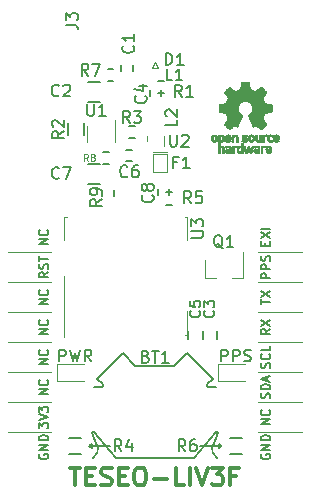
<source format=gto>
G04 #@! TF.GenerationSoftware,KiCad,Pcbnew,(5.0.0)*
G04 #@! TF.CreationDate,2018-09-17T15:57:07-05:00*
G04 #@! TF.ProjectId,TESEO-LIV3F_uBUS,544553454F2D4C495633465F75425553,rev?*
G04 #@! TF.SameCoordinates,Original*
G04 #@! TF.FileFunction,Legend,Top*
G04 #@! TF.FilePolarity,Positive*
%FSLAX46Y46*%
G04 Gerber Fmt 4.6, Leading zero omitted, Abs format (unit mm)*
G04 Created by KiCad (PCBNEW (5.0.0)) date 09/17/18 15:57:07*
%MOMM*%
%LPD*%
G01*
G04 APERTURE LIST*
%ADD10C,0.150000*%
%ADD11C,0.127000*%
%ADD12C,0.170000*%
%ADD13C,0.300000*%
%ADD14C,0.101600*%
%ADD15C,0.100000*%
%ADD16C,0.120000*%
%ADD17C,0.010000*%
G04 APERTURE END LIST*
D10*
X143860000Y-134700000D02*
X144060000Y-134500000D01*
X143860000Y-134300000D02*
X143860000Y-134700000D01*
X144060000Y-134500000D02*
X143860000Y-134300000D01*
X142260000Y-134500000D02*
X144060000Y-134500000D01*
X133060000Y-134700000D02*
X132860000Y-134500000D01*
X133060000Y-134300000D02*
X133060000Y-134700000D01*
X132860000Y-134500000D02*
X133060000Y-134300000D01*
X134660000Y-134500000D02*
X132860000Y-134500000D01*
D11*
X147773571Y-117547571D02*
X147773571Y-117293571D01*
X148172714Y-117184714D02*
X148172714Y-117547571D01*
X147410714Y-117547571D01*
X147410714Y-117184714D01*
X147410714Y-116930714D02*
X148172714Y-116422714D01*
X147410714Y-116422714D02*
X148172714Y-116930714D01*
X148172714Y-116132428D02*
X147410714Y-116132428D01*
D12*
X144021904Y-127352380D02*
X144021904Y-126352380D01*
X144402857Y-126352380D01*
X144498095Y-126400000D01*
X144545714Y-126447619D01*
X144593333Y-126542857D01*
X144593333Y-126685714D01*
X144545714Y-126780952D01*
X144498095Y-126828571D01*
X144402857Y-126876190D01*
X144021904Y-126876190D01*
X145021904Y-127352380D02*
X145021904Y-126352380D01*
X145402857Y-126352380D01*
X145498095Y-126400000D01*
X145545714Y-126447619D01*
X145593333Y-126542857D01*
X145593333Y-126685714D01*
X145545714Y-126780952D01*
X145498095Y-126828571D01*
X145402857Y-126876190D01*
X145021904Y-126876190D01*
X145974285Y-127304761D02*
X146117142Y-127352380D01*
X146355238Y-127352380D01*
X146450476Y-127304761D01*
X146498095Y-127257142D01*
X146545714Y-127161904D01*
X146545714Y-127066666D01*
X146498095Y-126971428D01*
X146450476Y-126923809D01*
X146355238Y-126876190D01*
X146164761Y-126828571D01*
X146069523Y-126780952D01*
X146021904Y-126733333D01*
X145974285Y-126638095D01*
X145974285Y-126542857D01*
X146021904Y-126447619D01*
X146069523Y-126400000D01*
X146164761Y-126352380D01*
X146402857Y-126352380D01*
X146545714Y-126400000D01*
X130326666Y-127352380D02*
X130326666Y-126352380D01*
X130707619Y-126352380D01*
X130802857Y-126400000D01*
X130850476Y-126447619D01*
X130898095Y-126542857D01*
X130898095Y-126685714D01*
X130850476Y-126780952D01*
X130802857Y-126828571D01*
X130707619Y-126876190D01*
X130326666Y-126876190D01*
X131231428Y-126352380D02*
X131469523Y-127352380D01*
X131660000Y-126638095D01*
X131850476Y-127352380D01*
X132088571Y-126352380D01*
X133040952Y-127352380D02*
X132707619Y-126876190D01*
X132469523Y-127352380D02*
X132469523Y-126352380D01*
X132850476Y-126352380D01*
X132945714Y-126400000D01*
X132993333Y-126447619D01*
X133040952Y-126542857D01*
X133040952Y-126685714D01*
X132993333Y-126780952D01*
X132945714Y-126828571D01*
X132850476Y-126876190D01*
X132469523Y-126876190D01*
D13*
X131251428Y-136338571D02*
X132108571Y-136338571D01*
X131680000Y-137838571D02*
X131680000Y-136338571D01*
X132608571Y-137052857D02*
X133108571Y-137052857D01*
X133322857Y-137838571D02*
X132608571Y-137838571D01*
X132608571Y-136338571D01*
X133322857Y-136338571D01*
X133894285Y-137767142D02*
X134108571Y-137838571D01*
X134465714Y-137838571D01*
X134608571Y-137767142D01*
X134680000Y-137695714D01*
X134751428Y-137552857D01*
X134751428Y-137410000D01*
X134680000Y-137267142D01*
X134608571Y-137195714D01*
X134465714Y-137124285D01*
X134180000Y-137052857D01*
X134037142Y-136981428D01*
X133965714Y-136910000D01*
X133894285Y-136767142D01*
X133894285Y-136624285D01*
X133965714Y-136481428D01*
X134037142Y-136410000D01*
X134180000Y-136338571D01*
X134537142Y-136338571D01*
X134751428Y-136410000D01*
X135394285Y-137052857D02*
X135894285Y-137052857D01*
X136108571Y-137838571D02*
X135394285Y-137838571D01*
X135394285Y-136338571D01*
X136108571Y-136338571D01*
X137037142Y-136338571D02*
X137322857Y-136338571D01*
X137465714Y-136410000D01*
X137608571Y-136552857D01*
X137680000Y-136838571D01*
X137680000Y-137338571D01*
X137608571Y-137624285D01*
X137465714Y-137767142D01*
X137322857Y-137838571D01*
X137037142Y-137838571D01*
X136894285Y-137767142D01*
X136751428Y-137624285D01*
X136680000Y-137338571D01*
X136680000Y-136838571D01*
X136751428Y-136552857D01*
X136894285Y-136410000D01*
X137037142Y-136338571D01*
X138322857Y-137267142D02*
X139465714Y-137267142D01*
X140894285Y-137838571D02*
X140180000Y-137838571D01*
X140180000Y-136338571D01*
X141394285Y-137838571D02*
X141394285Y-136338571D01*
X141894285Y-136338571D02*
X142394285Y-137838571D01*
X142894285Y-136338571D01*
X143251428Y-136338571D02*
X144180000Y-136338571D01*
X143680000Y-136910000D01*
X143894285Y-136910000D01*
X144037142Y-136981428D01*
X144108571Y-137052857D01*
X144180000Y-137195714D01*
X144180000Y-137552857D01*
X144108571Y-137695714D01*
X144037142Y-137767142D01*
X143894285Y-137838571D01*
X143465714Y-137838571D01*
X143322857Y-137767142D01*
X143251428Y-137695714D01*
X145322857Y-137052857D02*
X144822857Y-137052857D01*
X144822857Y-137838571D02*
X144822857Y-136338571D01*
X145537142Y-136338571D01*
D11*
X148172714Y-120323428D02*
X147410714Y-120323428D01*
X147410714Y-120033142D01*
X147447000Y-119960571D01*
X147483285Y-119924285D01*
X147555857Y-119888000D01*
X147664714Y-119888000D01*
X147737285Y-119924285D01*
X147773571Y-119960571D01*
X147809857Y-120033142D01*
X147809857Y-120323428D01*
X148172714Y-119561428D02*
X147410714Y-119561428D01*
X147410714Y-119271142D01*
X147447000Y-119198571D01*
X147483285Y-119162285D01*
X147555857Y-119126000D01*
X147664714Y-119126000D01*
X147737285Y-119162285D01*
X147773571Y-119198571D01*
X147809857Y-119271142D01*
X147809857Y-119561428D01*
X148136428Y-118835714D02*
X148172714Y-118726857D01*
X148172714Y-118545428D01*
X148136428Y-118472857D01*
X148100142Y-118436571D01*
X148027571Y-118400285D01*
X147955000Y-118400285D01*
X147882428Y-118436571D01*
X147846142Y-118472857D01*
X147809857Y-118545428D01*
X147773571Y-118690571D01*
X147737285Y-118763142D01*
X147701000Y-118799428D01*
X147628428Y-118835714D01*
X147555857Y-118835714D01*
X147483285Y-118799428D01*
X147447000Y-118763142D01*
X147410714Y-118690571D01*
X147410714Y-118509142D01*
X147447000Y-118400285D01*
X147410714Y-122500571D02*
X147410714Y-122065142D01*
X148172714Y-122282857D02*
X147410714Y-122282857D01*
X147410714Y-121883714D02*
X148172714Y-121375714D01*
X147410714Y-121375714D02*
X148172714Y-121883714D01*
X148172714Y-124587000D02*
X147809857Y-124841000D01*
X148172714Y-125022428D02*
X147410714Y-125022428D01*
X147410714Y-124732142D01*
X147447000Y-124659571D01*
X147483285Y-124623285D01*
X147555857Y-124587000D01*
X147664714Y-124587000D01*
X147737285Y-124623285D01*
X147773571Y-124659571D01*
X147809857Y-124732142D01*
X147809857Y-125022428D01*
X147410714Y-124333000D02*
X148172714Y-123825000D01*
X147410714Y-123825000D02*
X148172714Y-124333000D01*
X148136428Y-127907142D02*
X148172714Y-127798285D01*
X148172714Y-127616857D01*
X148136428Y-127544285D01*
X148100142Y-127508000D01*
X148027571Y-127471714D01*
X147955000Y-127471714D01*
X147882428Y-127508000D01*
X147846142Y-127544285D01*
X147809857Y-127616857D01*
X147773571Y-127762000D01*
X147737285Y-127834571D01*
X147701000Y-127870857D01*
X147628428Y-127907142D01*
X147555857Y-127907142D01*
X147483285Y-127870857D01*
X147447000Y-127834571D01*
X147410714Y-127762000D01*
X147410714Y-127580571D01*
X147447000Y-127471714D01*
X148100142Y-126709714D02*
X148136428Y-126746000D01*
X148172714Y-126854857D01*
X148172714Y-126927428D01*
X148136428Y-127036285D01*
X148063857Y-127108857D01*
X147991285Y-127145142D01*
X147846142Y-127181428D01*
X147737285Y-127181428D01*
X147592142Y-127145142D01*
X147519571Y-127108857D01*
X147447000Y-127036285D01*
X147410714Y-126927428D01*
X147410714Y-126854857D01*
X147447000Y-126746000D01*
X147483285Y-126709714D01*
X148172714Y-126020285D02*
X148172714Y-126383142D01*
X147410714Y-126383142D01*
X148136428Y-130465285D02*
X148172714Y-130356428D01*
X148172714Y-130175000D01*
X148136428Y-130102428D01*
X148100142Y-130066142D01*
X148027571Y-130029857D01*
X147955000Y-130029857D01*
X147882428Y-130066142D01*
X147846142Y-130102428D01*
X147809857Y-130175000D01*
X147773571Y-130320142D01*
X147737285Y-130392714D01*
X147701000Y-130429000D01*
X147628428Y-130465285D01*
X147555857Y-130465285D01*
X147483285Y-130429000D01*
X147447000Y-130392714D01*
X147410714Y-130320142D01*
X147410714Y-130138714D01*
X147447000Y-130029857D01*
X148172714Y-129703285D02*
X147410714Y-129703285D01*
X147410714Y-129521857D01*
X147447000Y-129413000D01*
X147519571Y-129340428D01*
X147592142Y-129304142D01*
X147737285Y-129267857D01*
X147846142Y-129267857D01*
X147991285Y-129304142D01*
X148063857Y-129340428D01*
X148136428Y-129413000D01*
X148172714Y-129521857D01*
X148172714Y-129703285D01*
X147955000Y-128977571D02*
X147955000Y-128614714D01*
X148172714Y-129050142D02*
X147410714Y-128796142D01*
X148172714Y-128542142D01*
X148172714Y-132678714D02*
X147410714Y-132678714D01*
X148172714Y-132243285D01*
X147410714Y-132243285D01*
X148100142Y-131445000D02*
X148136428Y-131481285D01*
X148172714Y-131590142D01*
X148172714Y-131662714D01*
X148136428Y-131771571D01*
X148063857Y-131844142D01*
X147991285Y-131880428D01*
X147846142Y-131916714D01*
X147737285Y-131916714D01*
X147592142Y-131880428D01*
X147519571Y-131844142D01*
X147447000Y-131771571D01*
X147410714Y-131662714D01*
X147410714Y-131590142D01*
X147447000Y-131481285D01*
X147483285Y-131445000D01*
X129376714Y-117438714D02*
X128614714Y-117438714D01*
X129376714Y-117003285D01*
X128614714Y-117003285D01*
X129304142Y-116205000D02*
X129340428Y-116241285D01*
X129376714Y-116350142D01*
X129376714Y-116422714D01*
X129340428Y-116531571D01*
X129267857Y-116604142D01*
X129195285Y-116640428D01*
X129050142Y-116676714D01*
X128941285Y-116676714D01*
X128796142Y-116640428D01*
X128723571Y-116604142D01*
X128651000Y-116531571D01*
X128614714Y-116422714D01*
X128614714Y-116350142D01*
X128651000Y-116241285D01*
X128687285Y-116205000D01*
X129376714Y-119797285D02*
X129013857Y-120051285D01*
X129376714Y-120232714D02*
X128614714Y-120232714D01*
X128614714Y-119942428D01*
X128651000Y-119869857D01*
X128687285Y-119833571D01*
X128759857Y-119797285D01*
X128868714Y-119797285D01*
X128941285Y-119833571D01*
X128977571Y-119869857D01*
X129013857Y-119942428D01*
X129013857Y-120232714D01*
X129340428Y-119507000D02*
X129376714Y-119398142D01*
X129376714Y-119216714D01*
X129340428Y-119144142D01*
X129304142Y-119107857D01*
X129231571Y-119071571D01*
X129159000Y-119071571D01*
X129086428Y-119107857D01*
X129050142Y-119144142D01*
X129013857Y-119216714D01*
X128977571Y-119361857D01*
X128941285Y-119434428D01*
X128905000Y-119470714D01*
X128832428Y-119507000D01*
X128759857Y-119507000D01*
X128687285Y-119470714D01*
X128651000Y-119434428D01*
X128614714Y-119361857D01*
X128614714Y-119180428D01*
X128651000Y-119071571D01*
X128614714Y-118853857D02*
X128614714Y-118418428D01*
X129376714Y-118636142D02*
X128614714Y-118636142D01*
X129376714Y-122518714D02*
X128614714Y-122518714D01*
X129376714Y-122083285D01*
X128614714Y-122083285D01*
X129304142Y-121285000D02*
X129340428Y-121321285D01*
X129376714Y-121430142D01*
X129376714Y-121502714D01*
X129340428Y-121611571D01*
X129267857Y-121684142D01*
X129195285Y-121720428D01*
X129050142Y-121756714D01*
X128941285Y-121756714D01*
X128796142Y-121720428D01*
X128723571Y-121684142D01*
X128651000Y-121611571D01*
X128614714Y-121502714D01*
X128614714Y-121430142D01*
X128651000Y-121321285D01*
X128687285Y-121285000D01*
X129376714Y-125058714D02*
X128614714Y-125058714D01*
X129376714Y-124623285D01*
X128614714Y-124623285D01*
X129304142Y-123825000D02*
X129340428Y-123861285D01*
X129376714Y-123970142D01*
X129376714Y-124042714D01*
X129340428Y-124151571D01*
X129267857Y-124224142D01*
X129195285Y-124260428D01*
X129050142Y-124296714D01*
X128941285Y-124296714D01*
X128796142Y-124260428D01*
X128723571Y-124224142D01*
X128651000Y-124151571D01*
X128614714Y-124042714D01*
X128614714Y-123970142D01*
X128651000Y-123861285D01*
X128687285Y-123825000D01*
X129376714Y-127598714D02*
X128614714Y-127598714D01*
X129376714Y-127163285D01*
X128614714Y-127163285D01*
X129304142Y-126365000D02*
X129340428Y-126401285D01*
X129376714Y-126510142D01*
X129376714Y-126582714D01*
X129340428Y-126691571D01*
X129267857Y-126764142D01*
X129195285Y-126800428D01*
X129050142Y-126836714D01*
X128941285Y-126836714D01*
X128796142Y-126800428D01*
X128723571Y-126764142D01*
X128651000Y-126691571D01*
X128614714Y-126582714D01*
X128614714Y-126510142D01*
X128651000Y-126401285D01*
X128687285Y-126365000D01*
X129376714Y-130138714D02*
X128614714Y-130138714D01*
X129376714Y-129703285D01*
X128614714Y-129703285D01*
X129304142Y-128905000D02*
X129340428Y-128941285D01*
X129376714Y-129050142D01*
X129376714Y-129122714D01*
X129340428Y-129231571D01*
X129267857Y-129304142D01*
X129195285Y-129340428D01*
X129050142Y-129376714D01*
X128941285Y-129376714D01*
X128796142Y-129340428D01*
X128723571Y-129304142D01*
X128651000Y-129231571D01*
X128614714Y-129122714D01*
X128614714Y-129050142D01*
X128651000Y-128941285D01*
X128687285Y-128905000D01*
X128614714Y-133023428D02*
X128614714Y-132551714D01*
X128905000Y-132805714D01*
X128905000Y-132696857D01*
X128941285Y-132624285D01*
X128977571Y-132588000D01*
X129050142Y-132551714D01*
X129231571Y-132551714D01*
X129304142Y-132588000D01*
X129340428Y-132624285D01*
X129376714Y-132696857D01*
X129376714Y-132914571D01*
X129340428Y-132987142D01*
X129304142Y-133023428D01*
X128614714Y-132334000D02*
X129376714Y-132080000D01*
X128614714Y-131826000D01*
X128614714Y-131644571D02*
X128614714Y-131172857D01*
X128905000Y-131426857D01*
X128905000Y-131318000D01*
X128941285Y-131245428D01*
X128977571Y-131209142D01*
X129050142Y-131172857D01*
X129231571Y-131172857D01*
X129304142Y-131209142D01*
X129340428Y-131245428D01*
X129376714Y-131318000D01*
X129376714Y-131535714D01*
X129340428Y-131608285D01*
X129304142Y-131644571D01*
D14*
X147193000Y-133350000D02*
X150876000Y-133350000D01*
X147193000Y-128270000D02*
X150876000Y-128270000D01*
X147193000Y-130810000D02*
X150876000Y-130810000D01*
X147193000Y-125730000D02*
X150876000Y-125730000D01*
X147193000Y-120650000D02*
X150876000Y-120650000D01*
X147193000Y-123190000D02*
X150876000Y-123190000D01*
X147193000Y-118110000D02*
X150876000Y-118110000D01*
D11*
X147447000Y-135200571D02*
X147410714Y-135273142D01*
X147410714Y-135382000D01*
X147447000Y-135490857D01*
X147519571Y-135563428D01*
X147592142Y-135599714D01*
X147737285Y-135636000D01*
X147846142Y-135636000D01*
X147991285Y-135599714D01*
X148063857Y-135563428D01*
X148136428Y-135490857D01*
X148172714Y-135382000D01*
X148172714Y-135309428D01*
X148136428Y-135200571D01*
X148100142Y-135164285D01*
X147846142Y-135164285D01*
X147846142Y-135309428D01*
X148172714Y-134837714D02*
X147410714Y-134837714D01*
X148172714Y-134402285D01*
X147410714Y-134402285D01*
X148172714Y-134039428D02*
X147410714Y-134039428D01*
X147410714Y-133858000D01*
X147447000Y-133749142D01*
X147519571Y-133676571D01*
X147592142Y-133640285D01*
X147737285Y-133604000D01*
X147846142Y-133604000D01*
X147991285Y-133640285D01*
X148063857Y-133676571D01*
X148136428Y-133749142D01*
X148172714Y-133858000D01*
X148172714Y-134039428D01*
D14*
X125984000Y-118110000D02*
X129667000Y-118110000D01*
X125984000Y-120650000D02*
X129667000Y-120650000D01*
X125984000Y-123190000D02*
X129667000Y-123190000D01*
X125984000Y-125730000D02*
X129667000Y-125730000D01*
X125984000Y-128270000D02*
X129667000Y-128270000D01*
X125984000Y-130810000D02*
X129667000Y-130810000D01*
D11*
X128651000Y-135200571D02*
X128614714Y-135273142D01*
X128614714Y-135382000D01*
X128651000Y-135490857D01*
X128723571Y-135563428D01*
X128796142Y-135599714D01*
X128941285Y-135636000D01*
X129050142Y-135636000D01*
X129195285Y-135599714D01*
X129267857Y-135563428D01*
X129340428Y-135490857D01*
X129376714Y-135382000D01*
X129376714Y-135309428D01*
X129340428Y-135200571D01*
X129304142Y-135164285D01*
X129050142Y-135164285D01*
X129050142Y-135309428D01*
X129376714Y-134837714D02*
X128614714Y-134837714D01*
X129376714Y-134402285D01*
X128614714Y-134402285D01*
X129376714Y-134039428D02*
X128614714Y-134039428D01*
X128614714Y-133858000D01*
X128651000Y-133749142D01*
X128723571Y-133676571D01*
X128796142Y-133640285D01*
X128941285Y-133604000D01*
X129050142Y-133604000D01*
X129195285Y-133640285D01*
X129267857Y-133676571D01*
X129340428Y-133749142D01*
X129376714Y-133858000D01*
X129376714Y-134039428D01*
D14*
X125984000Y-133350000D02*
X129667000Y-133350000D01*
D10*
G04 #@! TO.C,R7*
X134410000Y-103625000D02*
X134910000Y-103625000D01*
X134910000Y-102575000D02*
X134410000Y-102575000D01*
G04 #@! TO.C,R9*
X134985000Y-113350000D02*
X134985000Y-112850000D01*
X133935000Y-112850000D02*
X133935000Y-113350000D01*
G04 #@! TO.C,R8*
X134510000Y-109575000D02*
X134010000Y-109575000D01*
X134010000Y-110625000D02*
X134510000Y-110625000D01*
D15*
G04 #@! TO.C,U3*
X130760000Y-115100000D02*
X130960000Y-115100000D01*
X130760000Y-117100000D02*
X130760000Y-115100000D01*
X141160000Y-125100000D02*
X140960000Y-125100000D01*
X141160000Y-125100000D02*
X141160000Y-123100000D01*
X141160000Y-115100000D02*
X140960000Y-115100000D01*
X141160000Y-117100000D02*
X141160000Y-115100000D01*
X130760000Y-125300000D02*
X130760000Y-120100000D01*
D10*
G04 #@! TO.C,BT1*
X143580000Y-133345000D02*
X141730000Y-135495000D01*
X141730000Y-135495000D02*
X135130000Y-135495000D01*
X135130000Y-135495000D02*
X133280000Y-133345000D01*
X143580000Y-129545000D02*
X142990000Y-129545000D01*
X142870000Y-129255000D02*
X143330000Y-128795000D01*
X143330000Y-128795000D02*
X141180000Y-126645000D01*
X141180000Y-126645000D02*
X140080000Y-127745000D01*
X140080000Y-127745000D02*
X136780000Y-127745000D01*
X136780000Y-127745000D02*
X135680000Y-126645000D01*
X135680000Y-126645000D02*
X133530000Y-128795000D01*
X133280000Y-129545000D02*
X133870000Y-129545000D01*
X134000000Y-129265000D02*
X133530000Y-128795000D01*
X142990000Y-129545292D02*
G75*
G02X142860001Y-129265001I0J170292D01*
G01*
X133870000Y-129545292D02*
G75*
G03X133999999Y-129265001I0J170292D01*
G01*
X143580000Y-133345000D02*
X143730000Y-133345000D01*
X143690000Y-133655000D02*
X143260000Y-134715000D01*
X143320000Y-135105000D02*
X143670000Y-135495000D01*
X143320312Y-135104712D02*
G75*
G02X143260000Y-134715000I259688J239712D01*
G01*
X143731360Y-133385532D02*
G75*
G02X143690000Y-133655000I-641360J-39468D01*
G01*
X143730000Y-133345000D02*
X143730000Y-133395000D01*
X133124108Y-133385135D02*
G75*
G03X133165468Y-133654603I641360J-39468D01*
G01*
X133275468Y-133344603D02*
X133125468Y-133344603D01*
X133165468Y-133654603D02*
X133595468Y-134714603D01*
X133535468Y-135104603D02*
X133185468Y-135494603D01*
X133535156Y-135104315D02*
G75*
G03X133595468Y-134714603I-259688J239712D01*
G01*
X133125468Y-133344603D02*
X133125468Y-133394603D01*
G04 #@! TO.C,C1*
X135585000Y-102250000D02*
X135585000Y-102750000D01*
X136535000Y-102750000D02*
X136535000Y-102250000D01*
G04 #@! TO.C,C3*
X142460000Y-125450000D02*
X142460000Y-124750000D01*
X143660000Y-124750000D02*
X143660000Y-125450000D01*
G04 #@! TO.C,C4*
X138935000Y-104900000D02*
X138935000Y-104400000D01*
X137985000Y-104400000D02*
X137985000Y-104900000D01*
G04 #@! TO.C,C5*
X142460000Y-124750000D02*
X142460000Y-125450000D01*
X141260000Y-125450000D02*
X141260000Y-124750000D01*
G04 #@! TO.C,C6*
X136010000Y-110375000D02*
X136510000Y-110375000D01*
X136510000Y-109425000D02*
X136010000Y-109425000D01*
G04 #@! TO.C,C8*
X139635000Y-113250000D02*
X139635000Y-112750000D01*
X138685000Y-112750000D02*
X138685000Y-113250000D01*
D15*
G04 #@! TO.C,D1*
X139020000Y-101800000D02*
G75*
G03X139020000Y-101800000I-50000J0D01*
G01*
D16*
G04 #@! TO.C,D2*
X130175000Y-129035000D02*
X132460000Y-129035000D01*
X130175000Y-127565000D02*
X130175000Y-129035000D01*
X132460000Y-127565000D02*
X130175000Y-127565000D01*
G04 #@! TO.C,D3*
X146060000Y-127565000D02*
X143775000Y-127565000D01*
X143775000Y-127565000D02*
X143775000Y-129035000D01*
X143775000Y-129035000D02*
X146060000Y-129035000D01*
D15*
G04 #@! TO.C,F1*
X138260000Y-111300000D02*
X139460000Y-111300000D01*
X138260000Y-109800000D02*
X138260000Y-111300000D01*
X139460000Y-109800000D02*
X138260000Y-109800000D01*
X139460000Y-111300000D02*
X139460000Y-109800000D01*
X139460000Y-109600000D02*
X138260000Y-109600000D01*
D16*
G04 #@! TO.C,J3*
X138180000Y-102518000D02*
X138430000Y-102018000D01*
X138680000Y-102518000D02*
X138180000Y-102518000D01*
X138430000Y-102018000D02*
X138680000Y-102518000D01*
G04 #@! TO.C,Q1*
X142680000Y-120260000D02*
X143610000Y-120260000D01*
X145840000Y-120260000D02*
X144910000Y-120260000D01*
X145840000Y-120260000D02*
X145840000Y-118100000D01*
X142680000Y-120260000D02*
X142680000Y-118800000D01*
D10*
G04 #@! TO.C,R1*
X139160000Y-103575000D02*
X138660000Y-103575000D01*
X138660000Y-104625000D02*
X139160000Y-104625000D01*
G04 #@! TO.C,R3*
X136710000Y-107375000D02*
X136210000Y-107375000D01*
X136210000Y-108425000D02*
X136710000Y-108425000D01*
G04 #@! TO.C,R4*
X132160000Y-135175000D02*
X131160000Y-135175000D01*
X131160000Y-133825000D02*
X132160000Y-133825000D01*
G04 #@! TO.C,R5*
X139360000Y-114075000D02*
X139860000Y-114075000D01*
X139860000Y-113025000D02*
X139360000Y-113025000D01*
G04 #@! TO.C,R6*
X145760000Y-135175000D02*
X144760000Y-135175000D01*
X144760000Y-133825000D02*
X145760000Y-133825000D01*
D16*
G04 #@! TO.C,U1*
X135020000Y-108800000D02*
X135020000Y-106900000D01*
X132700000Y-107400000D02*
X132700000Y-108800000D01*
G04 #@! TO.C,U2*
X137760000Y-108650000D02*
X137760000Y-108250000D01*
X139210000Y-109100000D02*
X139210000Y-108250000D01*
D10*
G04 #@! TO.C,C2*
X132760000Y-105350000D02*
X133760000Y-105350000D01*
X133760000Y-103650000D02*
X132760000Y-103650000D01*
G04 #@! TO.C,C7*
X133760000Y-110650000D02*
X132760000Y-110650000D01*
X132760000Y-112350000D02*
X133760000Y-112350000D01*
G04 #@! TO.C,R2*
X132447000Y-107200000D02*
X132447000Y-108200000D01*
X131097000Y-108200000D02*
X131097000Y-107200000D01*
D17*
G04 #@! TO.C,REF\002A\002A*
G36*
X146426964Y-103970018D02*
X146483812Y-104271570D01*
X146903338Y-104444512D01*
X147154984Y-104273395D01*
X147225458Y-104225750D01*
X147289163Y-104183210D01*
X147343126Y-104147715D01*
X147384373Y-104121210D01*
X147409934Y-104105636D01*
X147416895Y-104102278D01*
X147429435Y-104110914D01*
X147456231Y-104134792D01*
X147494280Y-104170859D01*
X147540579Y-104216067D01*
X147592123Y-104267364D01*
X147645909Y-104321701D01*
X147698935Y-104376028D01*
X147748195Y-104427295D01*
X147790687Y-104472451D01*
X147823407Y-104508446D01*
X147843351Y-104532230D01*
X147848119Y-104540190D01*
X147841257Y-104554865D01*
X147822020Y-104587014D01*
X147792430Y-104633492D01*
X147754510Y-104691156D01*
X147710282Y-104756860D01*
X147684654Y-104794336D01*
X147637941Y-104862768D01*
X147596432Y-104924520D01*
X147562140Y-104976519D01*
X147537080Y-105015692D01*
X147523264Y-105038965D01*
X147521188Y-105043855D01*
X147525895Y-105057755D01*
X147538723Y-105090150D01*
X147557738Y-105136485D01*
X147581003Y-105192206D01*
X147606584Y-105252758D01*
X147632545Y-105313586D01*
X147656950Y-105370136D01*
X147677863Y-105417852D01*
X147693349Y-105452181D01*
X147701472Y-105468568D01*
X147701952Y-105469212D01*
X147714707Y-105472341D01*
X147748677Y-105479321D01*
X147800340Y-105489467D01*
X147866176Y-105502092D01*
X147942664Y-105516509D01*
X147987290Y-105524823D01*
X148069021Y-105540384D01*
X148142843Y-105555192D01*
X148205021Y-105568436D01*
X148251822Y-105579305D01*
X148279509Y-105586989D01*
X148285074Y-105589427D01*
X148290526Y-105605930D01*
X148294924Y-105643200D01*
X148298272Y-105696880D01*
X148300574Y-105762612D01*
X148301832Y-105836037D01*
X148302048Y-105912796D01*
X148301227Y-105988532D01*
X148299371Y-106058886D01*
X148296482Y-106119500D01*
X148292565Y-106166016D01*
X148287622Y-106194075D01*
X148284657Y-106199916D01*
X148266934Y-106206917D01*
X148229381Y-106216927D01*
X148176964Y-106228769D01*
X148114652Y-106241267D01*
X148092900Y-106245310D01*
X147988024Y-106264520D01*
X147905180Y-106279991D01*
X147841630Y-106292337D01*
X147794637Y-106302173D01*
X147761463Y-106310114D01*
X147739371Y-106316776D01*
X147725624Y-106322773D01*
X147717484Y-106328719D01*
X147716345Y-106329894D01*
X147704977Y-106348826D01*
X147687635Y-106385669D01*
X147666050Y-106435913D01*
X147641954Y-106495046D01*
X147617079Y-106558556D01*
X147593157Y-106621932D01*
X147571919Y-106680662D01*
X147555097Y-106730235D01*
X147544422Y-106766139D01*
X147541627Y-106783862D01*
X147541860Y-106784483D01*
X147551331Y-106798970D01*
X147572818Y-106830844D01*
X147604063Y-106876789D01*
X147642807Y-106933485D01*
X147686793Y-106997617D01*
X147699319Y-107015842D01*
X147743984Y-107081914D01*
X147783288Y-107142200D01*
X147815088Y-107193235D01*
X147837245Y-107231560D01*
X147847617Y-107253711D01*
X147848119Y-107256432D01*
X147839405Y-107270736D01*
X147815325Y-107299072D01*
X147778976Y-107338396D01*
X147733453Y-107385661D01*
X147681852Y-107437823D01*
X147627267Y-107491835D01*
X147572794Y-107544653D01*
X147521529Y-107593231D01*
X147476567Y-107634523D01*
X147441004Y-107665485D01*
X147417935Y-107683070D01*
X147411554Y-107685941D01*
X147396699Y-107679178D01*
X147366286Y-107660939D01*
X147325268Y-107634297D01*
X147293709Y-107612852D01*
X147236525Y-107573503D01*
X147168806Y-107527171D01*
X147100880Y-107480913D01*
X147064361Y-107456155D01*
X146940752Y-107372547D01*
X146836991Y-107428650D01*
X146789720Y-107453228D01*
X146749523Y-107472331D01*
X146722326Y-107483227D01*
X146715402Y-107484743D01*
X146707077Y-107473549D01*
X146690654Y-107441917D01*
X146667357Y-107392765D01*
X146638414Y-107329010D01*
X146605050Y-107253571D01*
X146568491Y-107169364D01*
X146529964Y-107079308D01*
X146490694Y-106986321D01*
X146451908Y-106893320D01*
X146414830Y-106803223D01*
X146380689Y-106718948D01*
X146350708Y-106643413D01*
X146326116Y-106579534D01*
X146308136Y-106530231D01*
X146297997Y-106498421D01*
X146296366Y-106487496D01*
X146309291Y-106473561D01*
X146337589Y-106450940D01*
X146375346Y-106424333D01*
X146378515Y-106422228D01*
X146476100Y-106344114D01*
X146554786Y-106252982D01*
X146613891Y-106151745D01*
X146652732Y-106043318D01*
X146670628Y-105930614D01*
X146666897Y-105816548D01*
X146640857Y-105704034D01*
X146591825Y-105595985D01*
X146577400Y-105572345D01*
X146502369Y-105476887D01*
X146413730Y-105400232D01*
X146314549Y-105342780D01*
X146207895Y-105304929D01*
X146096836Y-105287078D01*
X145984439Y-105289625D01*
X145873773Y-105312970D01*
X145767906Y-105357510D01*
X145669905Y-105423645D01*
X145639590Y-105450487D01*
X145562438Y-105534512D01*
X145506218Y-105622966D01*
X145467653Y-105722115D01*
X145446174Y-105820303D01*
X145440872Y-105930697D01*
X145458552Y-106041640D01*
X145497419Y-106149381D01*
X145555677Y-106250169D01*
X145631531Y-106340256D01*
X145723183Y-106415892D01*
X145735228Y-106423864D01*
X145773389Y-106449974D01*
X145802399Y-106472595D01*
X145816268Y-106487039D01*
X145816469Y-106487496D01*
X145813492Y-106503121D01*
X145801689Y-106538582D01*
X145782286Y-106590962D01*
X145756512Y-106657345D01*
X145725591Y-106734814D01*
X145690751Y-106820450D01*
X145653217Y-106911337D01*
X145614217Y-107004559D01*
X145574977Y-107097197D01*
X145536724Y-107186335D01*
X145500683Y-107269055D01*
X145468083Y-107342441D01*
X145440148Y-107403575D01*
X145418105Y-107449541D01*
X145403182Y-107477421D01*
X145397172Y-107484743D01*
X145378809Y-107479041D01*
X145344448Y-107463749D01*
X145300016Y-107441599D01*
X145275583Y-107428650D01*
X145171822Y-107372547D01*
X145048213Y-107456155D01*
X144985114Y-107498987D01*
X144916030Y-107546122D01*
X144851293Y-107590503D01*
X144818866Y-107612852D01*
X144773259Y-107643477D01*
X144734640Y-107667747D01*
X144708048Y-107682587D01*
X144699410Y-107685724D01*
X144686839Y-107677261D01*
X144659016Y-107653636D01*
X144618639Y-107617302D01*
X144568405Y-107570711D01*
X144511012Y-107516317D01*
X144474714Y-107481392D01*
X144411210Y-107418996D01*
X144356327Y-107363188D01*
X144312286Y-107316354D01*
X144281305Y-107280882D01*
X144265602Y-107259161D01*
X144264095Y-107254752D01*
X144271086Y-107237985D01*
X144290406Y-107204082D01*
X144319909Y-107156476D01*
X144357455Y-107098599D01*
X144400900Y-107033884D01*
X144413255Y-107015842D01*
X144458273Y-106950267D01*
X144498660Y-106891228D01*
X144532160Y-106842042D01*
X144556514Y-106806028D01*
X144569464Y-106786502D01*
X144570715Y-106784483D01*
X144568844Y-106768922D01*
X144558913Y-106734709D01*
X144542653Y-106686355D01*
X144521795Y-106628371D01*
X144498073Y-106565270D01*
X144473216Y-106501563D01*
X144448958Y-106441761D01*
X144427029Y-106390376D01*
X144409162Y-106351919D01*
X144397087Y-106330902D01*
X144396229Y-106329894D01*
X144388846Y-106323888D01*
X144376375Y-106317948D01*
X144356080Y-106311460D01*
X144325222Y-106303809D01*
X144281066Y-106294380D01*
X144220874Y-106282559D01*
X144141907Y-106267729D01*
X144041430Y-106249277D01*
X144019675Y-106245310D01*
X143955198Y-106232853D01*
X143898989Y-106220666D01*
X143856013Y-106209926D01*
X143831240Y-106201809D01*
X143827918Y-106199916D01*
X143822444Y-106183138D01*
X143817994Y-106145645D01*
X143814572Y-106091794D01*
X143812181Y-106025944D01*
X143810823Y-105952453D01*
X143810501Y-105875680D01*
X143811219Y-105799983D01*
X143812979Y-105729720D01*
X143815784Y-105669250D01*
X143819638Y-105622930D01*
X143824543Y-105595119D01*
X143827500Y-105589427D01*
X143843963Y-105583686D01*
X143881449Y-105574345D01*
X143936225Y-105562215D01*
X144004555Y-105548107D01*
X144082706Y-105532830D01*
X144125284Y-105524823D01*
X144206071Y-105509721D01*
X144278113Y-105496040D01*
X144337889Y-105484467D01*
X144381879Y-105475687D01*
X144406561Y-105470387D01*
X144410623Y-105469212D01*
X144417489Y-105455965D01*
X144432002Y-105424057D01*
X144452229Y-105378047D01*
X144476234Y-105322492D01*
X144502082Y-105261953D01*
X144527840Y-105200986D01*
X144551573Y-105144151D01*
X144571346Y-105096006D01*
X144585224Y-105061110D01*
X144591274Y-105044021D01*
X144591386Y-105043274D01*
X144584528Y-105029793D01*
X144565302Y-104998770D01*
X144535728Y-104953289D01*
X144497827Y-104896432D01*
X144453620Y-104831283D01*
X144427921Y-104793862D01*
X144381093Y-104725247D01*
X144339501Y-104662952D01*
X144305175Y-104610129D01*
X144280143Y-104569927D01*
X144266435Y-104545500D01*
X144264456Y-104540024D01*
X144272966Y-104527278D01*
X144296493Y-104500063D01*
X144332032Y-104461428D01*
X144376577Y-104414423D01*
X144427123Y-104362095D01*
X144480664Y-104307495D01*
X144534195Y-104253670D01*
X144584711Y-104203670D01*
X144629206Y-104160543D01*
X144664675Y-104127339D01*
X144688113Y-104107106D01*
X144695954Y-104102278D01*
X144708720Y-104109067D01*
X144739256Y-104128142D01*
X144784590Y-104157561D01*
X144841756Y-104195381D01*
X144907784Y-104239661D01*
X144957590Y-104273395D01*
X145209236Y-104444512D01*
X145418999Y-104358041D01*
X145628763Y-104271570D01*
X145685611Y-103970018D01*
X145742460Y-103668466D01*
X146370115Y-103668466D01*
X146426964Y-103970018D01*
X146426964Y-103970018D01*
G37*
X146426964Y-103970018D02*
X146483812Y-104271570D01*
X146903338Y-104444512D01*
X147154984Y-104273395D01*
X147225458Y-104225750D01*
X147289163Y-104183210D01*
X147343126Y-104147715D01*
X147384373Y-104121210D01*
X147409934Y-104105636D01*
X147416895Y-104102278D01*
X147429435Y-104110914D01*
X147456231Y-104134792D01*
X147494280Y-104170859D01*
X147540579Y-104216067D01*
X147592123Y-104267364D01*
X147645909Y-104321701D01*
X147698935Y-104376028D01*
X147748195Y-104427295D01*
X147790687Y-104472451D01*
X147823407Y-104508446D01*
X147843351Y-104532230D01*
X147848119Y-104540190D01*
X147841257Y-104554865D01*
X147822020Y-104587014D01*
X147792430Y-104633492D01*
X147754510Y-104691156D01*
X147710282Y-104756860D01*
X147684654Y-104794336D01*
X147637941Y-104862768D01*
X147596432Y-104924520D01*
X147562140Y-104976519D01*
X147537080Y-105015692D01*
X147523264Y-105038965D01*
X147521188Y-105043855D01*
X147525895Y-105057755D01*
X147538723Y-105090150D01*
X147557738Y-105136485D01*
X147581003Y-105192206D01*
X147606584Y-105252758D01*
X147632545Y-105313586D01*
X147656950Y-105370136D01*
X147677863Y-105417852D01*
X147693349Y-105452181D01*
X147701472Y-105468568D01*
X147701952Y-105469212D01*
X147714707Y-105472341D01*
X147748677Y-105479321D01*
X147800340Y-105489467D01*
X147866176Y-105502092D01*
X147942664Y-105516509D01*
X147987290Y-105524823D01*
X148069021Y-105540384D01*
X148142843Y-105555192D01*
X148205021Y-105568436D01*
X148251822Y-105579305D01*
X148279509Y-105586989D01*
X148285074Y-105589427D01*
X148290526Y-105605930D01*
X148294924Y-105643200D01*
X148298272Y-105696880D01*
X148300574Y-105762612D01*
X148301832Y-105836037D01*
X148302048Y-105912796D01*
X148301227Y-105988532D01*
X148299371Y-106058886D01*
X148296482Y-106119500D01*
X148292565Y-106166016D01*
X148287622Y-106194075D01*
X148284657Y-106199916D01*
X148266934Y-106206917D01*
X148229381Y-106216927D01*
X148176964Y-106228769D01*
X148114652Y-106241267D01*
X148092900Y-106245310D01*
X147988024Y-106264520D01*
X147905180Y-106279991D01*
X147841630Y-106292337D01*
X147794637Y-106302173D01*
X147761463Y-106310114D01*
X147739371Y-106316776D01*
X147725624Y-106322773D01*
X147717484Y-106328719D01*
X147716345Y-106329894D01*
X147704977Y-106348826D01*
X147687635Y-106385669D01*
X147666050Y-106435913D01*
X147641954Y-106495046D01*
X147617079Y-106558556D01*
X147593157Y-106621932D01*
X147571919Y-106680662D01*
X147555097Y-106730235D01*
X147544422Y-106766139D01*
X147541627Y-106783862D01*
X147541860Y-106784483D01*
X147551331Y-106798970D01*
X147572818Y-106830844D01*
X147604063Y-106876789D01*
X147642807Y-106933485D01*
X147686793Y-106997617D01*
X147699319Y-107015842D01*
X147743984Y-107081914D01*
X147783288Y-107142200D01*
X147815088Y-107193235D01*
X147837245Y-107231560D01*
X147847617Y-107253711D01*
X147848119Y-107256432D01*
X147839405Y-107270736D01*
X147815325Y-107299072D01*
X147778976Y-107338396D01*
X147733453Y-107385661D01*
X147681852Y-107437823D01*
X147627267Y-107491835D01*
X147572794Y-107544653D01*
X147521529Y-107593231D01*
X147476567Y-107634523D01*
X147441004Y-107665485D01*
X147417935Y-107683070D01*
X147411554Y-107685941D01*
X147396699Y-107679178D01*
X147366286Y-107660939D01*
X147325268Y-107634297D01*
X147293709Y-107612852D01*
X147236525Y-107573503D01*
X147168806Y-107527171D01*
X147100880Y-107480913D01*
X147064361Y-107456155D01*
X146940752Y-107372547D01*
X146836991Y-107428650D01*
X146789720Y-107453228D01*
X146749523Y-107472331D01*
X146722326Y-107483227D01*
X146715402Y-107484743D01*
X146707077Y-107473549D01*
X146690654Y-107441917D01*
X146667357Y-107392765D01*
X146638414Y-107329010D01*
X146605050Y-107253571D01*
X146568491Y-107169364D01*
X146529964Y-107079308D01*
X146490694Y-106986321D01*
X146451908Y-106893320D01*
X146414830Y-106803223D01*
X146380689Y-106718948D01*
X146350708Y-106643413D01*
X146326116Y-106579534D01*
X146308136Y-106530231D01*
X146297997Y-106498421D01*
X146296366Y-106487496D01*
X146309291Y-106473561D01*
X146337589Y-106450940D01*
X146375346Y-106424333D01*
X146378515Y-106422228D01*
X146476100Y-106344114D01*
X146554786Y-106252982D01*
X146613891Y-106151745D01*
X146652732Y-106043318D01*
X146670628Y-105930614D01*
X146666897Y-105816548D01*
X146640857Y-105704034D01*
X146591825Y-105595985D01*
X146577400Y-105572345D01*
X146502369Y-105476887D01*
X146413730Y-105400232D01*
X146314549Y-105342780D01*
X146207895Y-105304929D01*
X146096836Y-105287078D01*
X145984439Y-105289625D01*
X145873773Y-105312970D01*
X145767906Y-105357510D01*
X145669905Y-105423645D01*
X145639590Y-105450487D01*
X145562438Y-105534512D01*
X145506218Y-105622966D01*
X145467653Y-105722115D01*
X145446174Y-105820303D01*
X145440872Y-105930697D01*
X145458552Y-106041640D01*
X145497419Y-106149381D01*
X145555677Y-106250169D01*
X145631531Y-106340256D01*
X145723183Y-106415892D01*
X145735228Y-106423864D01*
X145773389Y-106449974D01*
X145802399Y-106472595D01*
X145816268Y-106487039D01*
X145816469Y-106487496D01*
X145813492Y-106503121D01*
X145801689Y-106538582D01*
X145782286Y-106590962D01*
X145756512Y-106657345D01*
X145725591Y-106734814D01*
X145690751Y-106820450D01*
X145653217Y-106911337D01*
X145614217Y-107004559D01*
X145574977Y-107097197D01*
X145536724Y-107186335D01*
X145500683Y-107269055D01*
X145468083Y-107342441D01*
X145440148Y-107403575D01*
X145418105Y-107449541D01*
X145403182Y-107477421D01*
X145397172Y-107484743D01*
X145378809Y-107479041D01*
X145344448Y-107463749D01*
X145300016Y-107441599D01*
X145275583Y-107428650D01*
X145171822Y-107372547D01*
X145048213Y-107456155D01*
X144985114Y-107498987D01*
X144916030Y-107546122D01*
X144851293Y-107590503D01*
X144818866Y-107612852D01*
X144773259Y-107643477D01*
X144734640Y-107667747D01*
X144708048Y-107682587D01*
X144699410Y-107685724D01*
X144686839Y-107677261D01*
X144659016Y-107653636D01*
X144618639Y-107617302D01*
X144568405Y-107570711D01*
X144511012Y-107516317D01*
X144474714Y-107481392D01*
X144411210Y-107418996D01*
X144356327Y-107363188D01*
X144312286Y-107316354D01*
X144281305Y-107280882D01*
X144265602Y-107259161D01*
X144264095Y-107254752D01*
X144271086Y-107237985D01*
X144290406Y-107204082D01*
X144319909Y-107156476D01*
X144357455Y-107098599D01*
X144400900Y-107033884D01*
X144413255Y-107015842D01*
X144458273Y-106950267D01*
X144498660Y-106891228D01*
X144532160Y-106842042D01*
X144556514Y-106806028D01*
X144569464Y-106786502D01*
X144570715Y-106784483D01*
X144568844Y-106768922D01*
X144558913Y-106734709D01*
X144542653Y-106686355D01*
X144521795Y-106628371D01*
X144498073Y-106565270D01*
X144473216Y-106501563D01*
X144448958Y-106441761D01*
X144427029Y-106390376D01*
X144409162Y-106351919D01*
X144397087Y-106330902D01*
X144396229Y-106329894D01*
X144388846Y-106323888D01*
X144376375Y-106317948D01*
X144356080Y-106311460D01*
X144325222Y-106303809D01*
X144281066Y-106294380D01*
X144220874Y-106282559D01*
X144141907Y-106267729D01*
X144041430Y-106249277D01*
X144019675Y-106245310D01*
X143955198Y-106232853D01*
X143898989Y-106220666D01*
X143856013Y-106209926D01*
X143831240Y-106201809D01*
X143827918Y-106199916D01*
X143822444Y-106183138D01*
X143817994Y-106145645D01*
X143814572Y-106091794D01*
X143812181Y-106025944D01*
X143810823Y-105952453D01*
X143810501Y-105875680D01*
X143811219Y-105799983D01*
X143812979Y-105729720D01*
X143815784Y-105669250D01*
X143819638Y-105622930D01*
X143824543Y-105595119D01*
X143827500Y-105589427D01*
X143843963Y-105583686D01*
X143881449Y-105574345D01*
X143936225Y-105562215D01*
X144004555Y-105548107D01*
X144082706Y-105532830D01*
X144125284Y-105524823D01*
X144206071Y-105509721D01*
X144278113Y-105496040D01*
X144337889Y-105484467D01*
X144381879Y-105475687D01*
X144406561Y-105470387D01*
X144410623Y-105469212D01*
X144417489Y-105455965D01*
X144432002Y-105424057D01*
X144452229Y-105378047D01*
X144476234Y-105322492D01*
X144502082Y-105261953D01*
X144527840Y-105200986D01*
X144551573Y-105144151D01*
X144571346Y-105096006D01*
X144585224Y-105061110D01*
X144591274Y-105044021D01*
X144591386Y-105043274D01*
X144584528Y-105029793D01*
X144565302Y-104998770D01*
X144535728Y-104953289D01*
X144497827Y-104896432D01*
X144453620Y-104831283D01*
X144427921Y-104793862D01*
X144381093Y-104725247D01*
X144339501Y-104662952D01*
X144305175Y-104610129D01*
X144280143Y-104569927D01*
X144266435Y-104545500D01*
X144264456Y-104540024D01*
X144272966Y-104527278D01*
X144296493Y-104500063D01*
X144332032Y-104461428D01*
X144376577Y-104414423D01*
X144427123Y-104362095D01*
X144480664Y-104307495D01*
X144534195Y-104253670D01*
X144584711Y-104203670D01*
X144629206Y-104160543D01*
X144664675Y-104127339D01*
X144688113Y-104107106D01*
X144695954Y-104102278D01*
X144708720Y-104109067D01*
X144739256Y-104128142D01*
X144784590Y-104157561D01*
X144841756Y-104195381D01*
X144907784Y-104239661D01*
X144957590Y-104273395D01*
X145209236Y-104444512D01*
X145418999Y-104358041D01*
X145628763Y-104271570D01*
X145685611Y-103970018D01*
X145742460Y-103668466D01*
X146370115Y-103668466D01*
X146426964Y-103970018D01*
G36*
X147849460Y-108138030D02*
X147892711Y-108151245D01*
X147920558Y-108167941D01*
X147929629Y-108181145D01*
X147927132Y-108196797D01*
X147910931Y-108221385D01*
X147897232Y-108238800D01*
X147868992Y-108270283D01*
X147847775Y-108283529D01*
X147829688Y-108282664D01*
X147776035Y-108269010D01*
X147736630Y-108269630D01*
X147704632Y-108285104D01*
X147693890Y-108294161D01*
X147659505Y-108326027D01*
X147659505Y-108742179D01*
X147521188Y-108742179D01*
X147521188Y-108138614D01*
X147590347Y-108138614D01*
X147631869Y-108140256D01*
X147653291Y-108146087D01*
X147659502Y-108157461D01*
X147659505Y-108157798D01*
X147662439Y-108169713D01*
X147675704Y-108168159D01*
X147694084Y-108159563D01*
X147732046Y-108143568D01*
X147762872Y-108133945D01*
X147802536Y-108131478D01*
X147849460Y-108138030D01*
X147849460Y-108138030D01*
G37*
X147849460Y-108138030D02*
X147892711Y-108151245D01*
X147920558Y-108167941D01*
X147929629Y-108181145D01*
X147927132Y-108196797D01*
X147910931Y-108221385D01*
X147897232Y-108238800D01*
X147868992Y-108270283D01*
X147847775Y-108283529D01*
X147829688Y-108282664D01*
X147776035Y-108269010D01*
X147736630Y-108269630D01*
X147704632Y-108285104D01*
X147693890Y-108294161D01*
X147659505Y-108326027D01*
X147659505Y-108742179D01*
X147521188Y-108742179D01*
X147521188Y-108138614D01*
X147590347Y-108138614D01*
X147631869Y-108140256D01*
X147653291Y-108146087D01*
X147659502Y-108157461D01*
X147659505Y-108157798D01*
X147662439Y-108169713D01*
X147675704Y-108168159D01*
X147694084Y-108159563D01*
X147732046Y-108143568D01*
X147762872Y-108133945D01*
X147802536Y-108131478D01*
X147849460Y-108138030D01*
G36*
X145295988Y-108149002D02*
X145327283Y-108163950D01*
X145357591Y-108185541D01*
X145380682Y-108210391D01*
X145397500Y-108242087D01*
X145408994Y-108284214D01*
X145416109Y-108340358D01*
X145419793Y-108414106D01*
X145420992Y-108509044D01*
X145421011Y-108518985D01*
X145421287Y-108742179D01*
X145282970Y-108742179D01*
X145282970Y-108536418D01*
X145282872Y-108460189D01*
X145282191Y-108404939D01*
X145280349Y-108366501D01*
X145276767Y-108340706D01*
X145270868Y-108323384D01*
X145262073Y-108310368D01*
X145249820Y-108297507D01*
X145206953Y-108269873D01*
X145160157Y-108264745D01*
X145115576Y-108282217D01*
X145100072Y-108295221D01*
X145088690Y-108307447D01*
X145080519Y-108320540D01*
X145075026Y-108338615D01*
X145071680Y-108365787D01*
X145069949Y-108406170D01*
X145069303Y-108463879D01*
X145069208Y-108534132D01*
X145069208Y-108742179D01*
X144930891Y-108742179D01*
X144930891Y-108138614D01*
X145000050Y-108138614D01*
X145041572Y-108140256D01*
X145062994Y-108146087D01*
X145069205Y-108157461D01*
X145069208Y-108157798D01*
X145072090Y-108168938D01*
X145084801Y-108167674D01*
X145110074Y-108155434D01*
X145167395Y-108137424D01*
X145232963Y-108135421D01*
X145295988Y-108149002D01*
X145295988Y-108149002D01*
G37*
X145295988Y-108149002D02*
X145327283Y-108163950D01*
X145357591Y-108185541D01*
X145380682Y-108210391D01*
X145397500Y-108242087D01*
X145408994Y-108284214D01*
X145416109Y-108340358D01*
X145419793Y-108414106D01*
X145420992Y-108509044D01*
X145421011Y-108518985D01*
X145421287Y-108742179D01*
X145282970Y-108742179D01*
X145282970Y-108536418D01*
X145282872Y-108460189D01*
X145282191Y-108404939D01*
X145280349Y-108366501D01*
X145276767Y-108340706D01*
X145270868Y-108323384D01*
X145262073Y-108310368D01*
X145249820Y-108297507D01*
X145206953Y-108269873D01*
X145160157Y-108264745D01*
X145115576Y-108282217D01*
X145100072Y-108295221D01*
X145088690Y-108307447D01*
X145080519Y-108320540D01*
X145075026Y-108338615D01*
X145071680Y-108365787D01*
X145069949Y-108406170D01*
X145069303Y-108463879D01*
X145069208Y-108534132D01*
X145069208Y-108742179D01*
X144930891Y-108742179D01*
X144930891Y-108138614D01*
X145000050Y-108138614D01*
X145041572Y-108140256D01*
X145062994Y-108146087D01*
X145069205Y-108157461D01*
X145069208Y-108157798D01*
X145072090Y-108168938D01*
X145084801Y-108167674D01*
X145110074Y-108155434D01*
X145167395Y-108137424D01*
X145232963Y-108135421D01*
X145295988Y-108149002D01*
G36*
X148727898Y-108136457D02*
X148760096Y-108144279D01*
X148821825Y-108172921D01*
X148874610Y-108216667D01*
X148911141Y-108269117D01*
X148916160Y-108280893D01*
X148923045Y-108311740D01*
X148927864Y-108357371D01*
X148929505Y-108403492D01*
X148929505Y-108490693D01*
X148747178Y-108490693D01*
X148671979Y-108490978D01*
X148619003Y-108492704D01*
X148585325Y-108497181D01*
X148568020Y-108505720D01*
X148564163Y-108519630D01*
X148570829Y-108540222D01*
X148582770Y-108564315D01*
X148616080Y-108604525D01*
X148662368Y-108624558D01*
X148718944Y-108623905D01*
X148783031Y-108602101D01*
X148838417Y-108575193D01*
X148884375Y-108611532D01*
X148930333Y-108647872D01*
X148887096Y-108687819D01*
X148829374Y-108725563D01*
X148758386Y-108748320D01*
X148682029Y-108754688D01*
X148608199Y-108743268D01*
X148596287Y-108739393D01*
X148531399Y-108705506D01*
X148483130Y-108654986D01*
X148450465Y-108586325D01*
X148432385Y-108498014D01*
X148432175Y-108496121D01*
X148430556Y-108399878D01*
X148437100Y-108365542D01*
X148564852Y-108365542D01*
X148576584Y-108370822D01*
X148608438Y-108374867D01*
X148655397Y-108377176D01*
X148685154Y-108377525D01*
X148740648Y-108377306D01*
X148775346Y-108375916D01*
X148793601Y-108372251D01*
X148799766Y-108365210D01*
X148798195Y-108353690D01*
X148796878Y-108349233D01*
X148774382Y-108307355D01*
X148739003Y-108273604D01*
X148707780Y-108258773D01*
X148666301Y-108259668D01*
X148624269Y-108278164D01*
X148589012Y-108308786D01*
X148567854Y-108346062D01*
X148564852Y-108365542D01*
X148437100Y-108365542D01*
X148446690Y-108315229D01*
X148478698Y-108244191D01*
X148524701Y-108188779D01*
X148582821Y-108151009D01*
X148651180Y-108132896D01*
X148727898Y-108136457D01*
X148727898Y-108136457D01*
G37*
X148727898Y-108136457D02*
X148760096Y-108144279D01*
X148821825Y-108172921D01*
X148874610Y-108216667D01*
X148911141Y-108269117D01*
X148916160Y-108280893D01*
X148923045Y-108311740D01*
X148927864Y-108357371D01*
X148929505Y-108403492D01*
X148929505Y-108490693D01*
X148747178Y-108490693D01*
X148671979Y-108490978D01*
X148619003Y-108492704D01*
X148585325Y-108497181D01*
X148568020Y-108505720D01*
X148564163Y-108519630D01*
X148570829Y-108540222D01*
X148582770Y-108564315D01*
X148616080Y-108604525D01*
X148662368Y-108624558D01*
X148718944Y-108623905D01*
X148783031Y-108602101D01*
X148838417Y-108575193D01*
X148884375Y-108611532D01*
X148930333Y-108647872D01*
X148887096Y-108687819D01*
X148829374Y-108725563D01*
X148758386Y-108748320D01*
X148682029Y-108754688D01*
X148608199Y-108743268D01*
X148596287Y-108739393D01*
X148531399Y-108705506D01*
X148483130Y-108654986D01*
X148450465Y-108586325D01*
X148432385Y-108498014D01*
X148432175Y-108496121D01*
X148430556Y-108399878D01*
X148437100Y-108365542D01*
X148564852Y-108365542D01*
X148576584Y-108370822D01*
X148608438Y-108374867D01*
X148655397Y-108377176D01*
X148685154Y-108377525D01*
X148740648Y-108377306D01*
X148775346Y-108375916D01*
X148793601Y-108372251D01*
X148799766Y-108365210D01*
X148798195Y-108353690D01*
X148796878Y-108349233D01*
X148774382Y-108307355D01*
X148739003Y-108273604D01*
X148707780Y-108258773D01*
X148666301Y-108259668D01*
X148624269Y-108278164D01*
X148589012Y-108308786D01*
X148567854Y-108346062D01*
X148564852Y-108365542D01*
X148437100Y-108365542D01*
X148446690Y-108315229D01*
X148478698Y-108244191D01*
X148524701Y-108188779D01*
X148582821Y-108151009D01*
X148651180Y-108132896D01*
X148727898Y-108136457D01*
G36*
X148267226Y-108143880D02*
X148340080Y-108174830D01*
X148363027Y-108189895D01*
X148392354Y-108213048D01*
X148410764Y-108231253D01*
X148413961Y-108237183D01*
X148404935Y-108250340D01*
X148381837Y-108272667D01*
X148363344Y-108288250D01*
X148312728Y-108328926D01*
X148272760Y-108295295D01*
X148241874Y-108273584D01*
X148211759Y-108266090D01*
X148177292Y-108267920D01*
X148122561Y-108281528D01*
X148084886Y-108309772D01*
X148061991Y-108355433D01*
X148051597Y-108421289D01*
X148051595Y-108421331D01*
X148052494Y-108494939D01*
X148066463Y-108548946D01*
X148094328Y-108585716D01*
X148113325Y-108598168D01*
X148163776Y-108613673D01*
X148217663Y-108613683D01*
X148264546Y-108598638D01*
X148275644Y-108591287D01*
X148303476Y-108572511D01*
X148325236Y-108569434D01*
X148348704Y-108583409D01*
X148374649Y-108608510D01*
X148415716Y-108650880D01*
X148370121Y-108688464D01*
X148299674Y-108730882D01*
X148220233Y-108751785D01*
X148137215Y-108750272D01*
X148082694Y-108736411D01*
X148018970Y-108702135D01*
X147968005Y-108648212D01*
X147944851Y-108610149D01*
X147926099Y-108555536D01*
X147916715Y-108486369D01*
X147916643Y-108411407D01*
X147925824Y-108339409D01*
X147944199Y-108279137D01*
X147947093Y-108272958D01*
X147989952Y-108212351D01*
X148047979Y-108168224D01*
X148116591Y-108141493D01*
X148191201Y-108133073D01*
X148267226Y-108143880D01*
X148267226Y-108143880D01*
G37*
X148267226Y-108143880D02*
X148340080Y-108174830D01*
X148363027Y-108189895D01*
X148392354Y-108213048D01*
X148410764Y-108231253D01*
X148413961Y-108237183D01*
X148404935Y-108250340D01*
X148381837Y-108272667D01*
X148363344Y-108288250D01*
X148312728Y-108328926D01*
X148272760Y-108295295D01*
X148241874Y-108273584D01*
X148211759Y-108266090D01*
X148177292Y-108267920D01*
X148122561Y-108281528D01*
X148084886Y-108309772D01*
X148061991Y-108355433D01*
X148051597Y-108421289D01*
X148051595Y-108421331D01*
X148052494Y-108494939D01*
X148066463Y-108548946D01*
X148094328Y-108585716D01*
X148113325Y-108598168D01*
X148163776Y-108613673D01*
X148217663Y-108613683D01*
X148264546Y-108598638D01*
X148275644Y-108591287D01*
X148303476Y-108572511D01*
X148325236Y-108569434D01*
X148348704Y-108583409D01*
X148374649Y-108608510D01*
X148415716Y-108650880D01*
X148370121Y-108688464D01*
X148299674Y-108730882D01*
X148220233Y-108751785D01*
X148137215Y-108750272D01*
X148082694Y-108736411D01*
X148018970Y-108702135D01*
X147968005Y-108648212D01*
X147944851Y-108610149D01*
X147926099Y-108555536D01*
X147916715Y-108486369D01*
X147916643Y-108411407D01*
X147925824Y-108339409D01*
X147944199Y-108279137D01*
X147947093Y-108272958D01*
X147989952Y-108212351D01*
X148047979Y-108168224D01*
X148116591Y-108141493D01*
X148191201Y-108133073D01*
X148267226Y-108143880D01*
G36*
X147043367Y-108334342D02*
X147044555Y-108426563D01*
X147048897Y-108496610D01*
X147057558Y-108547381D01*
X147071704Y-108581772D01*
X147092500Y-108602679D01*
X147121110Y-108613000D01*
X147156535Y-108615636D01*
X147193636Y-108612682D01*
X147221818Y-108601889D01*
X147242243Y-108580360D01*
X147256079Y-108545199D01*
X147264491Y-108493510D01*
X147268643Y-108422394D01*
X147269703Y-108334342D01*
X147269703Y-108138614D01*
X147408020Y-108138614D01*
X147408020Y-108742179D01*
X147338862Y-108742179D01*
X147297170Y-108740489D01*
X147275701Y-108734556D01*
X147269703Y-108723293D01*
X147266091Y-108713261D01*
X147251714Y-108715383D01*
X147222736Y-108729580D01*
X147156319Y-108751480D01*
X147085875Y-108749928D01*
X147018377Y-108726147D01*
X146986233Y-108707362D01*
X146961715Y-108687022D01*
X146943804Y-108661573D01*
X146931479Y-108627458D01*
X146923723Y-108581121D01*
X146919516Y-108519007D01*
X146917840Y-108437561D01*
X146917624Y-108374578D01*
X146917624Y-108138614D01*
X147043367Y-108138614D01*
X147043367Y-108334342D01*
X147043367Y-108334342D01*
G37*
X147043367Y-108334342D02*
X147044555Y-108426563D01*
X147048897Y-108496610D01*
X147057558Y-108547381D01*
X147071704Y-108581772D01*
X147092500Y-108602679D01*
X147121110Y-108613000D01*
X147156535Y-108615636D01*
X147193636Y-108612682D01*
X147221818Y-108601889D01*
X147242243Y-108580360D01*
X147256079Y-108545199D01*
X147264491Y-108493510D01*
X147268643Y-108422394D01*
X147269703Y-108334342D01*
X147269703Y-108138614D01*
X147408020Y-108138614D01*
X147408020Y-108742179D01*
X147338862Y-108742179D01*
X147297170Y-108740489D01*
X147275701Y-108734556D01*
X147269703Y-108723293D01*
X147266091Y-108713261D01*
X147251714Y-108715383D01*
X147222736Y-108729580D01*
X147156319Y-108751480D01*
X147085875Y-108749928D01*
X147018377Y-108726147D01*
X146986233Y-108707362D01*
X146961715Y-108687022D01*
X146943804Y-108661573D01*
X146931479Y-108627458D01*
X146923723Y-108581121D01*
X146919516Y-108519007D01*
X146917840Y-108437561D01*
X146917624Y-108374578D01*
X146917624Y-108138614D01*
X147043367Y-108138614D01*
X147043367Y-108334342D01*
G36*
X146660762Y-108146055D02*
X146724363Y-108180692D01*
X146774123Y-108235372D01*
X146797568Y-108279842D01*
X146807634Y-108319121D01*
X146814156Y-108375116D01*
X146816951Y-108439621D01*
X146815836Y-108504429D01*
X146810626Y-108561334D01*
X146804541Y-108591727D01*
X146784014Y-108633306D01*
X146748463Y-108677468D01*
X146705619Y-108716087D01*
X146663211Y-108741034D01*
X146662177Y-108741430D01*
X146609553Y-108752331D01*
X146547188Y-108752601D01*
X146487924Y-108742676D01*
X146465040Y-108734722D01*
X146406102Y-108701300D01*
X146363890Y-108657511D01*
X146336156Y-108599538D01*
X146320651Y-108523565D01*
X146317143Y-108483771D01*
X146317590Y-108433766D01*
X146452376Y-108433766D01*
X146456917Y-108506732D01*
X146469986Y-108562334D01*
X146490756Y-108597861D01*
X146505552Y-108608020D01*
X146543464Y-108615104D01*
X146588527Y-108613007D01*
X146627487Y-108602812D01*
X146637704Y-108597204D01*
X146664659Y-108564538D01*
X146682451Y-108514545D01*
X146690024Y-108453705D01*
X146686325Y-108388497D01*
X146678057Y-108349253D01*
X146654320Y-108303805D01*
X146616849Y-108275396D01*
X146571720Y-108265573D01*
X146525011Y-108275887D01*
X146489132Y-108301112D01*
X146470277Y-108321925D01*
X146459272Y-108342439D01*
X146454026Y-108370203D01*
X146452449Y-108412762D01*
X146452376Y-108433766D01*
X146317590Y-108433766D01*
X146318094Y-108377580D01*
X146335388Y-108290501D01*
X146369029Y-108222530D01*
X146419018Y-108173664D01*
X146485356Y-108143899D01*
X146499601Y-108140448D01*
X146585210Y-108132345D01*
X146660762Y-108146055D01*
X146660762Y-108146055D01*
G37*
X146660762Y-108146055D02*
X146724363Y-108180692D01*
X146774123Y-108235372D01*
X146797568Y-108279842D01*
X146807634Y-108319121D01*
X146814156Y-108375116D01*
X146816951Y-108439621D01*
X146815836Y-108504429D01*
X146810626Y-108561334D01*
X146804541Y-108591727D01*
X146784014Y-108633306D01*
X146748463Y-108677468D01*
X146705619Y-108716087D01*
X146663211Y-108741034D01*
X146662177Y-108741430D01*
X146609553Y-108752331D01*
X146547188Y-108752601D01*
X146487924Y-108742676D01*
X146465040Y-108734722D01*
X146406102Y-108701300D01*
X146363890Y-108657511D01*
X146336156Y-108599538D01*
X146320651Y-108523565D01*
X146317143Y-108483771D01*
X146317590Y-108433766D01*
X146452376Y-108433766D01*
X146456917Y-108506732D01*
X146469986Y-108562334D01*
X146490756Y-108597861D01*
X146505552Y-108608020D01*
X146543464Y-108615104D01*
X146588527Y-108613007D01*
X146627487Y-108602812D01*
X146637704Y-108597204D01*
X146664659Y-108564538D01*
X146682451Y-108514545D01*
X146690024Y-108453705D01*
X146686325Y-108388497D01*
X146678057Y-108349253D01*
X146654320Y-108303805D01*
X146616849Y-108275396D01*
X146571720Y-108265573D01*
X146525011Y-108275887D01*
X146489132Y-108301112D01*
X146470277Y-108321925D01*
X146459272Y-108342439D01*
X146454026Y-108370203D01*
X146452449Y-108412762D01*
X146452376Y-108433766D01*
X146317590Y-108433766D01*
X146318094Y-108377580D01*
X146335388Y-108290501D01*
X146369029Y-108222530D01*
X146419018Y-108173664D01*
X146485356Y-108143899D01*
X146499601Y-108140448D01*
X146585210Y-108132345D01*
X146660762Y-108146055D01*
G36*
X146064017Y-108136452D02*
X146111634Y-108145482D01*
X146161034Y-108164370D01*
X146166312Y-108166777D01*
X146203774Y-108186476D01*
X146229717Y-108204781D01*
X146238103Y-108216508D01*
X146230117Y-108235632D01*
X146210720Y-108263850D01*
X146202110Y-108274384D01*
X146166628Y-108315847D01*
X146120885Y-108288858D01*
X146077350Y-108270878D01*
X146027050Y-108261267D01*
X145978812Y-108260660D01*
X145941467Y-108269691D01*
X145932505Y-108275327D01*
X145915437Y-108301171D01*
X145913363Y-108330941D01*
X145926134Y-108354197D01*
X145933688Y-108358708D01*
X145956325Y-108364309D01*
X145996115Y-108370892D01*
X146045166Y-108377183D01*
X146054215Y-108378170D01*
X146132996Y-108391798D01*
X146190136Y-108414946D01*
X146228030Y-108449752D01*
X146249079Y-108498354D01*
X146255635Y-108557718D01*
X146246577Y-108625198D01*
X146217164Y-108678188D01*
X146167278Y-108716783D01*
X146096800Y-108741081D01*
X146018565Y-108750667D01*
X145954766Y-108750552D01*
X145903016Y-108741845D01*
X145867673Y-108729825D01*
X145823017Y-108708880D01*
X145781747Y-108684574D01*
X145767079Y-108673876D01*
X145729357Y-108643084D01*
X145774852Y-108597049D01*
X145820347Y-108551013D01*
X145872072Y-108585243D01*
X145923952Y-108610952D01*
X145979351Y-108624399D01*
X146032605Y-108625818D01*
X146078049Y-108615443D01*
X146110016Y-108593507D01*
X146120338Y-108574998D01*
X146118789Y-108545314D01*
X146093140Y-108522615D01*
X146043460Y-108506940D01*
X145989031Y-108499695D01*
X145905264Y-108485873D01*
X145843033Y-108459796D01*
X145801507Y-108420699D01*
X145779853Y-108367820D01*
X145776853Y-108305126D01*
X145791671Y-108239642D01*
X145825454Y-108190144D01*
X145878505Y-108156408D01*
X145951126Y-108138207D01*
X146004928Y-108134639D01*
X146064017Y-108136452D01*
X146064017Y-108136452D01*
G37*
X146064017Y-108136452D02*
X146111634Y-108145482D01*
X146161034Y-108164370D01*
X146166312Y-108166777D01*
X146203774Y-108186476D01*
X146229717Y-108204781D01*
X146238103Y-108216508D01*
X146230117Y-108235632D01*
X146210720Y-108263850D01*
X146202110Y-108274384D01*
X146166628Y-108315847D01*
X146120885Y-108288858D01*
X146077350Y-108270878D01*
X146027050Y-108261267D01*
X145978812Y-108260660D01*
X145941467Y-108269691D01*
X145932505Y-108275327D01*
X145915437Y-108301171D01*
X145913363Y-108330941D01*
X145926134Y-108354197D01*
X145933688Y-108358708D01*
X145956325Y-108364309D01*
X145996115Y-108370892D01*
X146045166Y-108377183D01*
X146054215Y-108378170D01*
X146132996Y-108391798D01*
X146190136Y-108414946D01*
X146228030Y-108449752D01*
X146249079Y-108498354D01*
X146255635Y-108557718D01*
X146246577Y-108625198D01*
X146217164Y-108678188D01*
X146167278Y-108716783D01*
X146096800Y-108741081D01*
X146018565Y-108750667D01*
X145954766Y-108750552D01*
X145903016Y-108741845D01*
X145867673Y-108729825D01*
X145823017Y-108708880D01*
X145781747Y-108684574D01*
X145767079Y-108673876D01*
X145729357Y-108643084D01*
X145774852Y-108597049D01*
X145820347Y-108551013D01*
X145872072Y-108585243D01*
X145923952Y-108610952D01*
X145979351Y-108624399D01*
X146032605Y-108625818D01*
X146078049Y-108615443D01*
X146110016Y-108593507D01*
X146120338Y-108574998D01*
X146118789Y-108545314D01*
X146093140Y-108522615D01*
X146043460Y-108506940D01*
X145989031Y-108499695D01*
X145905264Y-108485873D01*
X145843033Y-108459796D01*
X145801507Y-108420699D01*
X145779853Y-108367820D01*
X145776853Y-108305126D01*
X145791671Y-108239642D01*
X145825454Y-108190144D01*
X145878505Y-108156408D01*
X145951126Y-108138207D01*
X146004928Y-108134639D01*
X146064017Y-108136452D01*
G36*
X144693301Y-108152614D02*
X144705832Y-108158514D01*
X144749201Y-108190283D01*
X144790210Y-108236646D01*
X144820832Y-108287696D01*
X144829541Y-108311166D01*
X144837488Y-108353091D01*
X144842226Y-108403757D01*
X144842801Y-108424679D01*
X144842871Y-108490693D01*
X144462917Y-108490693D01*
X144471017Y-108525273D01*
X144490896Y-108566170D01*
X144525653Y-108601514D01*
X144567002Y-108624282D01*
X144593351Y-108629010D01*
X144629084Y-108623273D01*
X144671718Y-108608882D01*
X144686201Y-108602262D01*
X144739760Y-108575513D01*
X144785467Y-108610376D01*
X144811842Y-108633955D01*
X144825876Y-108653417D01*
X144826586Y-108659129D01*
X144814049Y-108672973D01*
X144786572Y-108694012D01*
X144761634Y-108710425D01*
X144694336Y-108739930D01*
X144618890Y-108753284D01*
X144544112Y-108749812D01*
X144484505Y-108731663D01*
X144423059Y-108692784D01*
X144379392Y-108641595D01*
X144352074Y-108575367D01*
X144339678Y-108491371D01*
X144338579Y-108452936D01*
X144342978Y-108364861D01*
X144343518Y-108362299D01*
X144469418Y-108362299D01*
X144472885Y-108370558D01*
X144487137Y-108375113D01*
X144516530Y-108377065D01*
X144565425Y-108377517D01*
X144584252Y-108377525D01*
X144641533Y-108376843D01*
X144677859Y-108374364D01*
X144697396Y-108369443D01*
X144704310Y-108361434D01*
X144704555Y-108358862D01*
X144696664Y-108338423D01*
X144676915Y-108309789D01*
X144668425Y-108299763D01*
X144636906Y-108271408D01*
X144604051Y-108260259D01*
X144586349Y-108259327D01*
X144538461Y-108270981D01*
X144498301Y-108302285D01*
X144472827Y-108347752D01*
X144472375Y-108349233D01*
X144469418Y-108362299D01*
X144343518Y-108362299D01*
X144357608Y-108295510D01*
X144383962Y-108240025D01*
X144416193Y-108200639D01*
X144475783Y-108157931D01*
X144545832Y-108135109D01*
X144620339Y-108133046D01*
X144693301Y-108152614D01*
X144693301Y-108152614D01*
G37*
X144693301Y-108152614D02*
X144705832Y-108158514D01*
X144749201Y-108190283D01*
X144790210Y-108236646D01*
X144820832Y-108287696D01*
X144829541Y-108311166D01*
X144837488Y-108353091D01*
X144842226Y-108403757D01*
X144842801Y-108424679D01*
X144842871Y-108490693D01*
X144462917Y-108490693D01*
X144471017Y-108525273D01*
X144490896Y-108566170D01*
X144525653Y-108601514D01*
X144567002Y-108624282D01*
X144593351Y-108629010D01*
X144629084Y-108623273D01*
X144671718Y-108608882D01*
X144686201Y-108602262D01*
X144739760Y-108575513D01*
X144785467Y-108610376D01*
X144811842Y-108633955D01*
X144825876Y-108653417D01*
X144826586Y-108659129D01*
X144814049Y-108672973D01*
X144786572Y-108694012D01*
X144761634Y-108710425D01*
X144694336Y-108739930D01*
X144618890Y-108753284D01*
X144544112Y-108749812D01*
X144484505Y-108731663D01*
X144423059Y-108692784D01*
X144379392Y-108641595D01*
X144352074Y-108575367D01*
X144339678Y-108491371D01*
X144338579Y-108452936D01*
X144342978Y-108364861D01*
X144343518Y-108362299D01*
X144469418Y-108362299D01*
X144472885Y-108370558D01*
X144487137Y-108375113D01*
X144516530Y-108377065D01*
X144565425Y-108377517D01*
X144584252Y-108377525D01*
X144641533Y-108376843D01*
X144677859Y-108374364D01*
X144697396Y-108369443D01*
X144704310Y-108361434D01*
X144704555Y-108358862D01*
X144696664Y-108338423D01*
X144676915Y-108309789D01*
X144668425Y-108299763D01*
X144636906Y-108271408D01*
X144604051Y-108260259D01*
X144586349Y-108259327D01*
X144538461Y-108270981D01*
X144498301Y-108302285D01*
X144472827Y-108347752D01*
X144472375Y-108349233D01*
X144469418Y-108362299D01*
X144343518Y-108362299D01*
X144357608Y-108295510D01*
X144383962Y-108240025D01*
X144416193Y-108200639D01*
X144475783Y-108157931D01*
X144545832Y-108135109D01*
X144620339Y-108133046D01*
X144693301Y-108152614D01*
G36*
X143511739Y-108145148D02*
X143577521Y-108174231D01*
X143627460Y-108222793D01*
X143661626Y-108290908D01*
X143680093Y-108378651D01*
X143681417Y-108392351D01*
X143682454Y-108488939D01*
X143669007Y-108573602D01*
X143641892Y-108642221D01*
X143627373Y-108664294D01*
X143576799Y-108711011D01*
X143512391Y-108741268D01*
X143440334Y-108753824D01*
X143366815Y-108747439D01*
X143310928Y-108727772D01*
X143262868Y-108694629D01*
X143223588Y-108651175D01*
X143222908Y-108650158D01*
X143206956Y-108623338D01*
X143196590Y-108596368D01*
X143190312Y-108562332D01*
X143186627Y-108514310D01*
X143185003Y-108474931D01*
X143184328Y-108439219D01*
X143310045Y-108439219D01*
X143311274Y-108474770D01*
X143315734Y-108522094D01*
X143323603Y-108552465D01*
X143337793Y-108574072D01*
X143351083Y-108586694D01*
X143398198Y-108613122D01*
X143447495Y-108616653D01*
X143493407Y-108597639D01*
X143516362Y-108576331D01*
X143532904Y-108554859D01*
X143542579Y-108534313D01*
X143546826Y-108507574D01*
X143547080Y-108467523D01*
X143545772Y-108430638D01*
X143542957Y-108377947D01*
X143538495Y-108343772D01*
X143530452Y-108321480D01*
X143516897Y-108304442D01*
X143506155Y-108294703D01*
X143461223Y-108269123D01*
X143412751Y-108267847D01*
X143372106Y-108282999D01*
X143337433Y-108314642D01*
X143316776Y-108366620D01*
X143310045Y-108439219D01*
X143184328Y-108439219D01*
X143183521Y-108396621D01*
X143186052Y-108338056D01*
X143193638Y-108294007D01*
X143207319Y-108259248D01*
X143228135Y-108228551D01*
X143235853Y-108219436D01*
X143284111Y-108174021D01*
X143335872Y-108147493D01*
X143399172Y-108136379D01*
X143430039Y-108135471D01*
X143511739Y-108145148D01*
X143511739Y-108145148D01*
G37*
X143511739Y-108145148D02*
X143577521Y-108174231D01*
X143627460Y-108222793D01*
X143661626Y-108290908D01*
X143680093Y-108378651D01*
X143681417Y-108392351D01*
X143682454Y-108488939D01*
X143669007Y-108573602D01*
X143641892Y-108642221D01*
X143627373Y-108664294D01*
X143576799Y-108711011D01*
X143512391Y-108741268D01*
X143440334Y-108753824D01*
X143366815Y-108747439D01*
X143310928Y-108727772D01*
X143262868Y-108694629D01*
X143223588Y-108651175D01*
X143222908Y-108650158D01*
X143206956Y-108623338D01*
X143196590Y-108596368D01*
X143190312Y-108562332D01*
X143186627Y-108514310D01*
X143185003Y-108474931D01*
X143184328Y-108439219D01*
X143310045Y-108439219D01*
X143311274Y-108474770D01*
X143315734Y-108522094D01*
X143323603Y-108552465D01*
X143337793Y-108574072D01*
X143351083Y-108586694D01*
X143398198Y-108613122D01*
X143447495Y-108616653D01*
X143493407Y-108597639D01*
X143516362Y-108576331D01*
X143532904Y-108554859D01*
X143542579Y-108534313D01*
X143546826Y-108507574D01*
X143547080Y-108467523D01*
X143545772Y-108430638D01*
X143542957Y-108377947D01*
X143538495Y-108343772D01*
X143530452Y-108321480D01*
X143516897Y-108304442D01*
X143506155Y-108294703D01*
X143461223Y-108269123D01*
X143412751Y-108267847D01*
X143372106Y-108282999D01*
X143337433Y-108314642D01*
X143316776Y-108366620D01*
X143310045Y-108439219D01*
X143184328Y-108439219D01*
X143183521Y-108396621D01*
X143186052Y-108338056D01*
X143193638Y-108294007D01*
X143207319Y-108259248D01*
X143228135Y-108228551D01*
X143235853Y-108219436D01*
X143284111Y-108174021D01*
X143335872Y-108147493D01*
X143399172Y-108136379D01*
X143430039Y-108135471D01*
X143511739Y-108145148D01*
G36*
X148082581Y-109084970D02*
X148142685Y-109100597D01*
X148193021Y-109132848D01*
X148217393Y-109156940D01*
X148257345Y-109213895D01*
X148280242Y-109279965D01*
X148288108Y-109361182D01*
X148288148Y-109367748D01*
X148288218Y-109433763D01*
X147908264Y-109433763D01*
X147916363Y-109468342D01*
X147930987Y-109499659D01*
X147956581Y-109532291D01*
X147961935Y-109537500D01*
X148007943Y-109565694D01*
X148060410Y-109570475D01*
X148120803Y-109551926D01*
X148131040Y-109546931D01*
X148162439Y-109531745D01*
X148183470Y-109523094D01*
X148187139Y-109522293D01*
X148199948Y-109530063D01*
X148224378Y-109549072D01*
X148236779Y-109559460D01*
X148262476Y-109583321D01*
X148270915Y-109599077D01*
X148265058Y-109613571D01*
X148261928Y-109617534D01*
X148240725Y-109634879D01*
X148205738Y-109655959D01*
X148181337Y-109668265D01*
X148112072Y-109689946D01*
X148035388Y-109696971D01*
X147962765Y-109688647D01*
X147942426Y-109682686D01*
X147879476Y-109648952D01*
X147832815Y-109597045D01*
X147802173Y-109526459D01*
X147787282Y-109436692D01*
X147785647Y-109389753D01*
X147790421Y-109321413D01*
X147910990Y-109321413D01*
X147922652Y-109326465D01*
X147953998Y-109330429D01*
X147999571Y-109332768D01*
X148030446Y-109333169D01*
X148085981Y-109332783D01*
X148121033Y-109330975D01*
X148140262Y-109326773D01*
X148148330Y-109319203D01*
X148149901Y-109308218D01*
X148139121Y-109274381D01*
X148111980Y-109240940D01*
X148076277Y-109215272D01*
X148040560Y-109204772D01*
X147992048Y-109214086D01*
X147950053Y-109241013D01*
X147920936Y-109279827D01*
X147910990Y-109321413D01*
X147790421Y-109321413D01*
X147792599Y-109290236D01*
X147814055Y-109210949D01*
X147850470Y-109151263D01*
X147902297Y-109110549D01*
X147969990Y-109088179D01*
X148006662Y-109083871D01*
X148082581Y-109084970D01*
X148082581Y-109084970D01*
G37*
X148082581Y-109084970D02*
X148142685Y-109100597D01*
X148193021Y-109132848D01*
X148217393Y-109156940D01*
X148257345Y-109213895D01*
X148280242Y-109279965D01*
X148288108Y-109361182D01*
X148288148Y-109367748D01*
X148288218Y-109433763D01*
X147908264Y-109433763D01*
X147916363Y-109468342D01*
X147930987Y-109499659D01*
X147956581Y-109532291D01*
X147961935Y-109537500D01*
X148007943Y-109565694D01*
X148060410Y-109570475D01*
X148120803Y-109551926D01*
X148131040Y-109546931D01*
X148162439Y-109531745D01*
X148183470Y-109523094D01*
X148187139Y-109522293D01*
X148199948Y-109530063D01*
X148224378Y-109549072D01*
X148236779Y-109559460D01*
X148262476Y-109583321D01*
X148270915Y-109599077D01*
X148265058Y-109613571D01*
X148261928Y-109617534D01*
X148240725Y-109634879D01*
X148205738Y-109655959D01*
X148181337Y-109668265D01*
X148112072Y-109689946D01*
X148035388Y-109696971D01*
X147962765Y-109688647D01*
X147942426Y-109682686D01*
X147879476Y-109648952D01*
X147832815Y-109597045D01*
X147802173Y-109526459D01*
X147787282Y-109436692D01*
X147785647Y-109389753D01*
X147790421Y-109321413D01*
X147910990Y-109321413D01*
X147922652Y-109326465D01*
X147953998Y-109330429D01*
X147999571Y-109332768D01*
X148030446Y-109333169D01*
X148085981Y-109332783D01*
X148121033Y-109330975D01*
X148140262Y-109326773D01*
X148148330Y-109319203D01*
X148149901Y-109308218D01*
X148139121Y-109274381D01*
X148111980Y-109240940D01*
X148076277Y-109215272D01*
X148040560Y-109204772D01*
X147992048Y-109214086D01*
X147950053Y-109241013D01*
X147920936Y-109279827D01*
X147910990Y-109321413D01*
X147790421Y-109321413D01*
X147792599Y-109290236D01*
X147814055Y-109210949D01*
X147850470Y-109151263D01*
X147902297Y-109110549D01*
X147969990Y-109088179D01*
X148006662Y-109083871D01*
X148082581Y-109084970D01*
G36*
X147685255Y-109081486D02*
X147733595Y-109091015D01*
X147761114Y-109105125D01*
X147790064Y-109128568D01*
X147748876Y-109180571D01*
X147723482Y-109212064D01*
X147706238Y-109227428D01*
X147689102Y-109229776D01*
X147664027Y-109222217D01*
X147652257Y-109217941D01*
X147604270Y-109211631D01*
X147560324Y-109225156D01*
X147528060Y-109255710D01*
X147522819Y-109265452D01*
X147517112Y-109291258D01*
X147512706Y-109338817D01*
X147509811Y-109404758D01*
X147508631Y-109485710D01*
X147508614Y-109497226D01*
X147508614Y-109697822D01*
X147370297Y-109697822D01*
X147370297Y-109081683D01*
X147439456Y-109081683D01*
X147479333Y-109082725D01*
X147500107Y-109087358D01*
X147507789Y-109097849D01*
X147508614Y-109107745D01*
X147508614Y-109133806D01*
X147541745Y-109107745D01*
X147579735Y-109089965D01*
X147630770Y-109081174D01*
X147685255Y-109081486D01*
X147685255Y-109081486D01*
G37*
X147685255Y-109081486D02*
X147733595Y-109091015D01*
X147761114Y-109105125D01*
X147790064Y-109128568D01*
X147748876Y-109180571D01*
X147723482Y-109212064D01*
X147706238Y-109227428D01*
X147689102Y-109229776D01*
X147664027Y-109222217D01*
X147652257Y-109217941D01*
X147604270Y-109211631D01*
X147560324Y-109225156D01*
X147528060Y-109255710D01*
X147522819Y-109265452D01*
X147517112Y-109291258D01*
X147512706Y-109338817D01*
X147509811Y-109404758D01*
X147508631Y-109485710D01*
X147508614Y-109497226D01*
X147508614Y-109697822D01*
X147370297Y-109697822D01*
X147370297Y-109081683D01*
X147439456Y-109081683D01*
X147479333Y-109082725D01*
X147500107Y-109087358D01*
X147507789Y-109097849D01*
X147508614Y-109107745D01*
X147508614Y-109133806D01*
X147541745Y-109107745D01*
X147579735Y-109089965D01*
X147630770Y-109081174D01*
X147685255Y-109081486D01*
G36*
X147088411Y-109085417D02*
X147141411Y-109098290D01*
X147156731Y-109105110D01*
X147186428Y-109122974D01*
X147209220Y-109143093D01*
X147226083Y-109168962D01*
X147237998Y-109204073D01*
X147245942Y-109251920D01*
X147250894Y-109315996D01*
X147253831Y-109399794D01*
X147254947Y-109455768D01*
X147259052Y-109697822D01*
X147188932Y-109697822D01*
X147146393Y-109696038D01*
X147124476Y-109689942D01*
X147118812Y-109679706D01*
X147115821Y-109668637D01*
X147102451Y-109670754D01*
X147084233Y-109679629D01*
X147038624Y-109693233D01*
X146980007Y-109696899D01*
X146918354Y-109690903D01*
X146863638Y-109675521D01*
X146858730Y-109673386D01*
X146808723Y-109638255D01*
X146775756Y-109589419D01*
X146760587Y-109532333D01*
X146761746Y-109511824D01*
X146885508Y-109511824D01*
X146896413Y-109539425D01*
X146928745Y-109559204D01*
X146980910Y-109569819D01*
X147008787Y-109571228D01*
X147055247Y-109567620D01*
X147086129Y-109553597D01*
X147093664Y-109546931D01*
X147114076Y-109510666D01*
X147118812Y-109477773D01*
X147118812Y-109433763D01*
X147057513Y-109433763D01*
X146986256Y-109437395D01*
X146936276Y-109448818D01*
X146904696Y-109468824D01*
X146897626Y-109477743D01*
X146885508Y-109511824D01*
X146761746Y-109511824D01*
X146763971Y-109472456D01*
X146786663Y-109415244D01*
X146817624Y-109376580D01*
X146836376Y-109359864D01*
X146854733Y-109348878D01*
X146878619Y-109342180D01*
X146913957Y-109338326D01*
X146966669Y-109335873D01*
X146987577Y-109335168D01*
X147118812Y-109330879D01*
X147118620Y-109291158D01*
X147113537Y-109249405D01*
X147095162Y-109224158D01*
X147058039Y-109208030D01*
X147057043Y-109207742D01*
X147004410Y-109201400D01*
X146952906Y-109209684D01*
X146914630Y-109229827D01*
X146899272Y-109239773D01*
X146882730Y-109238397D01*
X146857275Y-109223987D01*
X146842328Y-109213817D01*
X146813091Y-109192088D01*
X146794980Y-109175800D01*
X146792074Y-109171137D01*
X146804040Y-109147005D01*
X146839396Y-109118185D01*
X146854753Y-109108461D01*
X146898901Y-109091714D01*
X146958398Y-109082227D01*
X147024487Y-109080095D01*
X147088411Y-109085417D01*
X147088411Y-109085417D01*
G37*
X147088411Y-109085417D02*
X147141411Y-109098290D01*
X147156731Y-109105110D01*
X147186428Y-109122974D01*
X147209220Y-109143093D01*
X147226083Y-109168962D01*
X147237998Y-109204073D01*
X147245942Y-109251920D01*
X147250894Y-109315996D01*
X147253831Y-109399794D01*
X147254947Y-109455768D01*
X147259052Y-109697822D01*
X147188932Y-109697822D01*
X147146393Y-109696038D01*
X147124476Y-109689942D01*
X147118812Y-109679706D01*
X147115821Y-109668637D01*
X147102451Y-109670754D01*
X147084233Y-109679629D01*
X147038624Y-109693233D01*
X146980007Y-109696899D01*
X146918354Y-109690903D01*
X146863638Y-109675521D01*
X146858730Y-109673386D01*
X146808723Y-109638255D01*
X146775756Y-109589419D01*
X146760587Y-109532333D01*
X146761746Y-109511824D01*
X146885508Y-109511824D01*
X146896413Y-109539425D01*
X146928745Y-109559204D01*
X146980910Y-109569819D01*
X147008787Y-109571228D01*
X147055247Y-109567620D01*
X147086129Y-109553597D01*
X147093664Y-109546931D01*
X147114076Y-109510666D01*
X147118812Y-109477773D01*
X147118812Y-109433763D01*
X147057513Y-109433763D01*
X146986256Y-109437395D01*
X146936276Y-109448818D01*
X146904696Y-109468824D01*
X146897626Y-109477743D01*
X146885508Y-109511824D01*
X146761746Y-109511824D01*
X146763971Y-109472456D01*
X146786663Y-109415244D01*
X146817624Y-109376580D01*
X146836376Y-109359864D01*
X146854733Y-109348878D01*
X146878619Y-109342180D01*
X146913957Y-109338326D01*
X146966669Y-109335873D01*
X146987577Y-109335168D01*
X147118812Y-109330879D01*
X147118620Y-109291158D01*
X147113537Y-109249405D01*
X147095162Y-109224158D01*
X147058039Y-109208030D01*
X147057043Y-109207742D01*
X147004410Y-109201400D01*
X146952906Y-109209684D01*
X146914630Y-109229827D01*
X146899272Y-109239773D01*
X146882730Y-109238397D01*
X146857275Y-109223987D01*
X146842328Y-109213817D01*
X146813091Y-109192088D01*
X146794980Y-109175800D01*
X146792074Y-109171137D01*
X146804040Y-109147005D01*
X146839396Y-109118185D01*
X146854753Y-109108461D01*
X146898901Y-109091714D01*
X146958398Y-109082227D01*
X147024487Y-109080095D01*
X147088411Y-109085417D01*
G36*
X146331524Y-109084237D02*
X146381255Y-109087971D01*
X146511291Y-109477773D01*
X146531678Y-109408614D01*
X146543946Y-109365874D01*
X146560085Y-109308115D01*
X146577512Y-109244625D01*
X146586726Y-109210570D01*
X146621388Y-109081683D01*
X146764391Y-109081683D01*
X146721646Y-109216857D01*
X146700596Y-109283342D01*
X146675167Y-109363539D01*
X146648610Y-109447193D01*
X146624902Y-109521782D01*
X146570902Y-109691535D01*
X146512598Y-109695328D01*
X146454295Y-109699122D01*
X146422679Y-109594734D01*
X146403182Y-109529889D01*
X146381904Y-109458400D01*
X146363308Y-109395263D01*
X146362574Y-109392750D01*
X146348684Y-109349969D01*
X146336429Y-109320779D01*
X146327846Y-109309741D01*
X146326082Y-109311018D01*
X146319891Y-109328130D01*
X146308128Y-109364787D01*
X146292225Y-109416378D01*
X146273614Y-109478294D01*
X146263543Y-109512352D01*
X146209007Y-109697822D01*
X146093264Y-109697822D01*
X146000737Y-109405471D01*
X145974744Y-109323462D01*
X145951066Y-109248987D01*
X145930820Y-109185544D01*
X145915126Y-109136632D01*
X145905102Y-109105749D01*
X145902055Y-109096726D01*
X145904467Y-109087487D01*
X145923408Y-109083441D01*
X145962823Y-109083846D01*
X145968993Y-109084152D01*
X146042086Y-109087971D01*
X146089957Y-109264010D01*
X146107553Y-109328211D01*
X146123277Y-109384649D01*
X146135746Y-109428422D01*
X146143574Y-109454630D01*
X146145020Y-109458903D01*
X146151014Y-109453990D01*
X146163101Y-109428532D01*
X146179893Y-109385997D01*
X146200003Y-109329850D01*
X146217003Y-109279130D01*
X146281794Y-109080504D01*
X146331524Y-109084237D01*
X146331524Y-109084237D01*
G37*
X146331524Y-109084237D02*
X146381255Y-109087971D01*
X146511291Y-109477773D01*
X146531678Y-109408614D01*
X146543946Y-109365874D01*
X146560085Y-109308115D01*
X146577512Y-109244625D01*
X146586726Y-109210570D01*
X146621388Y-109081683D01*
X146764391Y-109081683D01*
X146721646Y-109216857D01*
X146700596Y-109283342D01*
X146675167Y-109363539D01*
X146648610Y-109447193D01*
X146624902Y-109521782D01*
X146570902Y-109691535D01*
X146512598Y-109695328D01*
X146454295Y-109699122D01*
X146422679Y-109594734D01*
X146403182Y-109529889D01*
X146381904Y-109458400D01*
X146363308Y-109395263D01*
X146362574Y-109392750D01*
X146348684Y-109349969D01*
X146336429Y-109320779D01*
X146327846Y-109309741D01*
X146326082Y-109311018D01*
X146319891Y-109328130D01*
X146308128Y-109364787D01*
X146292225Y-109416378D01*
X146273614Y-109478294D01*
X146263543Y-109512352D01*
X146209007Y-109697822D01*
X146093264Y-109697822D01*
X146000737Y-109405471D01*
X145974744Y-109323462D01*
X145951066Y-109248987D01*
X145930820Y-109185544D01*
X145915126Y-109136632D01*
X145905102Y-109105749D01*
X145902055Y-109096726D01*
X145904467Y-109087487D01*
X145923408Y-109083441D01*
X145962823Y-109083846D01*
X145968993Y-109084152D01*
X146042086Y-109087971D01*
X146089957Y-109264010D01*
X146107553Y-109328211D01*
X146123277Y-109384649D01*
X146135746Y-109428422D01*
X146143574Y-109454630D01*
X146145020Y-109458903D01*
X146151014Y-109453990D01*
X146163101Y-109428532D01*
X146179893Y-109385997D01*
X146200003Y-109329850D01*
X146217003Y-109279130D01*
X146281794Y-109080504D01*
X146331524Y-109084237D01*
G36*
X145848812Y-109697822D02*
X145779654Y-109697822D01*
X145739512Y-109696645D01*
X145718606Y-109691772D01*
X145711078Y-109681186D01*
X145710495Y-109674029D01*
X145709226Y-109659676D01*
X145701221Y-109656923D01*
X145680185Y-109665771D01*
X145663827Y-109674029D01*
X145601023Y-109693597D01*
X145532752Y-109694729D01*
X145477248Y-109680135D01*
X145425562Y-109644877D01*
X145386162Y-109592835D01*
X145364587Y-109531450D01*
X145364038Y-109528018D01*
X145360833Y-109490571D01*
X145359239Y-109436813D01*
X145359367Y-109396155D01*
X145496721Y-109396155D01*
X145499903Y-109450194D01*
X145507141Y-109494735D01*
X145516940Y-109519888D01*
X145554011Y-109554260D01*
X145598026Y-109566582D01*
X145643416Y-109556618D01*
X145682203Y-109526895D01*
X145696892Y-109506905D01*
X145705481Y-109483050D01*
X145709504Y-109448230D01*
X145710495Y-109395930D01*
X145708722Y-109344139D01*
X145704037Y-109298634D01*
X145697397Y-109268181D01*
X145696290Y-109265452D01*
X145669509Y-109233000D01*
X145630421Y-109215183D01*
X145586685Y-109212306D01*
X145545962Y-109224674D01*
X145515913Y-109252593D01*
X145512796Y-109258148D01*
X145503039Y-109292022D01*
X145497723Y-109340728D01*
X145496721Y-109396155D01*
X145359367Y-109396155D01*
X145359432Y-109375540D01*
X145360336Y-109342563D01*
X145366486Y-109260981D01*
X145379267Y-109199730D01*
X145400529Y-109154449D01*
X145432122Y-109120779D01*
X145462793Y-109101014D01*
X145505646Y-109087120D01*
X145558944Y-109082354D01*
X145613520Y-109086236D01*
X145660208Y-109098282D01*
X145684876Y-109112693D01*
X145710495Y-109135878D01*
X145710495Y-108842773D01*
X145848812Y-108842773D01*
X145848812Y-109697822D01*
X145848812Y-109697822D01*
G37*
X145848812Y-109697822D02*
X145779654Y-109697822D01*
X145739512Y-109696645D01*
X145718606Y-109691772D01*
X145711078Y-109681186D01*
X145710495Y-109674029D01*
X145709226Y-109659676D01*
X145701221Y-109656923D01*
X145680185Y-109665771D01*
X145663827Y-109674029D01*
X145601023Y-109693597D01*
X145532752Y-109694729D01*
X145477248Y-109680135D01*
X145425562Y-109644877D01*
X145386162Y-109592835D01*
X145364587Y-109531450D01*
X145364038Y-109528018D01*
X145360833Y-109490571D01*
X145359239Y-109436813D01*
X145359367Y-109396155D01*
X145496721Y-109396155D01*
X145499903Y-109450194D01*
X145507141Y-109494735D01*
X145516940Y-109519888D01*
X145554011Y-109554260D01*
X145598026Y-109566582D01*
X145643416Y-109556618D01*
X145682203Y-109526895D01*
X145696892Y-109506905D01*
X145705481Y-109483050D01*
X145709504Y-109448230D01*
X145710495Y-109395930D01*
X145708722Y-109344139D01*
X145704037Y-109298634D01*
X145697397Y-109268181D01*
X145696290Y-109265452D01*
X145669509Y-109233000D01*
X145630421Y-109215183D01*
X145586685Y-109212306D01*
X145545962Y-109224674D01*
X145515913Y-109252593D01*
X145512796Y-109258148D01*
X145503039Y-109292022D01*
X145497723Y-109340728D01*
X145496721Y-109396155D01*
X145359367Y-109396155D01*
X145359432Y-109375540D01*
X145360336Y-109342563D01*
X145366486Y-109260981D01*
X145379267Y-109199730D01*
X145400529Y-109154449D01*
X145432122Y-109120779D01*
X145462793Y-109101014D01*
X145505646Y-109087120D01*
X145558944Y-109082354D01*
X145613520Y-109086236D01*
X145660208Y-109098282D01*
X145684876Y-109112693D01*
X145710495Y-109135878D01*
X145710495Y-108842773D01*
X145848812Y-108842773D01*
X145848812Y-109697822D01*
G36*
X145056644Y-109083020D02*
X145075461Y-109088660D01*
X145081527Y-109101053D01*
X145081782Y-109106647D01*
X145082871Y-109122230D01*
X145090368Y-109124676D01*
X145110619Y-109113993D01*
X145122649Y-109106694D01*
X145160600Y-109091063D01*
X145205928Y-109083334D01*
X145253456Y-109082740D01*
X145298005Y-109088513D01*
X145334398Y-109099884D01*
X145357457Y-109116088D01*
X145362004Y-109136355D01*
X145359709Y-109141843D01*
X145342980Y-109164626D01*
X145317037Y-109192647D01*
X145312345Y-109197177D01*
X145287617Y-109218005D01*
X145266282Y-109224735D01*
X145236445Y-109220038D01*
X145224492Y-109216917D01*
X145187295Y-109209421D01*
X145161141Y-109212792D01*
X145139054Y-109224681D01*
X145118822Y-109240635D01*
X145103921Y-109260700D01*
X145093566Y-109288702D01*
X145086971Y-109328467D01*
X145083351Y-109383823D01*
X145081922Y-109458594D01*
X145081782Y-109503740D01*
X145081782Y-109697822D01*
X144956040Y-109697822D01*
X144956040Y-109081683D01*
X145018911Y-109081683D01*
X145056644Y-109083020D01*
X145056644Y-109083020D01*
G37*
X145056644Y-109083020D02*
X145075461Y-109088660D01*
X145081527Y-109101053D01*
X145081782Y-109106647D01*
X145082871Y-109122230D01*
X145090368Y-109124676D01*
X145110619Y-109113993D01*
X145122649Y-109106694D01*
X145160600Y-109091063D01*
X145205928Y-109083334D01*
X145253456Y-109082740D01*
X145298005Y-109088513D01*
X145334398Y-109099884D01*
X145357457Y-109116088D01*
X145362004Y-109136355D01*
X145359709Y-109141843D01*
X145342980Y-109164626D01*
X145317037Y-109192647D01*
X145312345Y-109197177D01*
X145287617Y-109218005D01*
X145266282Y-109224735D01*
X145236445Y-109220038D01*
X145224492Y-109216917D01*
X145187295Y-109209421D01*
X145161141Y-109212792D01*
X145139054Y-109224681D01*
X145118822Y-109240635D01*
X145103921Y-109260700D01*
X145093566Y-109288702D01*
X145086971Y-109328467D01*
X145083351Y-109383823D01*
X145081922Y-109458594D01*
X145081782Y-109503740D01*
X145081782Y-109697822D01*
X144956040Y-109697822D01*
X144956040Y-109081683D01*
X145018911Y-109081683D01*
X145056644Y-109083020D01*
G36*
X144665790Y-109086555D02*
X144724945Y-109102339D01*
X144769977Y-109130948D01*
X144801754Y-109168419D01*
X144811634Y-109184411D01*
X144818927Y-109201163D01*
X144824026Y-109222592D01*
X144827321Y-109252616D01*
X144829203Y-109295154D01*
X144830063Y-109354122D01*
X144830293Y-109433440D01*
X144830297Y-109454484D01*
X144830297Y-109697822D01*
X144769941Y-109697822D01*
X144731443Y-109695126D01*
X144702977Y-109688295D01*
X144695845Y-109684083D01*
X144676348Y-109676813D01*
X144656434Y-109684083D01*
X144623647Y-109693160D01*
X144576022Y-109696813D01*
X144523236Y-109695228D01*
X144474964Y-109688589D01*
X144446782Y-109680072D01*
X144392247Y-109645063D01*
X144358165Y-109596479D01*
X144342843Y-109531882D01*
X144342701Y-109530223D01*
X144344045Y-109501566D01*
X144465644Y-109501566D01*
X144476274Y-109534161D01*
X144493590Y-109552505D01*
X144528348Y-109566379D01*
X144574227Y-109571917D01*
X144621012Y-109569191D01*
X144658486Y-109558274D01*
X144668985Y-109551269D01*
X144687332Y-109518904D01*
X144691980Y-109482111D01*
X144691980Y-109433763D01*
X144622418Y-109433763D01*
X144556333Y-109438850D01*
X144506236Y-109453263D01*
X144475071Y-109475729D01*
X144465644Y-109501566D01*
X144344045Y-109501566D01*
X144346013Y-109459647D01*
X144369290Y-109403845D01*
X144413052Y-109361647D01*
X144419101Y-109357808D01*
X144445093Y-109345309D01*
X144477265Y-109337740D01*
X144522240Y-109334061D01*
X144575669Y-109333216D01*
X144691980Y-109333169D01*
X144691980Y-109284411D01*
X144687047Y-109246581D01*
X144674457Y-109221236D01*
X144672983Y-109219887D01*
X144644966Y-109208800D01*
X144602674Y-109204503D01*
X144555936Y-109206615D01*
X144514582Y-109214756D01*
X144490043Y-109226965D01*
X144476747Y-109236746D01*
X144462706Y-109238613D01*
X144443329Y-109230600D01*
X144414024Y-109210739D01*
X144370197Y-109177063D01*
X144366175Y-109173909D01*
X144368236Y-109162236D01*
X144385432Y-109142822D01*
X144411567Y-109121248D01*
X144440448Y-109103096D01*
X144449522Y-109098809D01*
X144482620Y-109090256D01*
X144531120Y-109084155D01*
X144585305Y-109081708D01*
X144587839Y-109081703D01*
X144665790Y-109086555D01*
X144665790Y-109086555D01*
G37*
X144665790Y-109086555D02*
X144724945Y-109102339D01*
X144769977Y-109130948D01*
X144801754Y-109168419D01*
X144811634Y-109184411D01*
X144818927Y-109201163D01*
X144824026Y-109222592D01*
X144827321Y-109252616D01*
X144829203Y-109295154D01*
X144830063Y-109354122D01*
X144830293Y-109433440D01*
X144830297Y-109454484D01*
X144830297Y-109697822D01*
X144769941Y-109697822D01*
X144731443Y-109695126D01*
X144702977Y-109688295D01*
X144695845Y-109684083D01*
X144676348Y-109676813D01*
X144656434Y-109684083D01*
X144623647Y-109693160D01*
X144576022Y-109696813D01*
X144523236Y-109695228D01*
X144474964Y-109688589D01*
X144446782Y-109680072D01*
X144392247Y-109645063D01*
X144358165Y-109596479D01*
X144342843Y-109531882D01*
X144342701Y-109530223D01*
X144344045Y-109501566D01*
X144465644Y-109501566D01*
X144476274Y-109534161D01*
X144493590Y-109552505D01*
X144528348Y-109566379D01*
X144574227Y-109571917D01*
X144621012Y-109569191D01*
X144658486Y-109558274D01*
X144668985Y-109551269D01*
X144687332Y-109518904D01*
X144691980Y-109482111D01*
X144691980Y-109433763D01*
X144622418Y-109433763D01*
X144556333Y-109438850D01*
X144506236Y-109453263D01*
X144475071Y-109475729D01*
X144465644Y-109501566D01*
X144344045Y-109501566D01*
X144346013Y-109459647D01*
X144369290Y-109403845D01*
X144413052Y-109361647D01*
X144419101Y-109357808D01*
X144445093Y-109345309D01*
X144477265Y-109337740D01*
X144522240Y-109334061D01*
X144575669Y-109333216D01*
X144691980Y-109333169D01*
X144691980Y-109284411D01*
X144687047Y-109246581D01*
X144674457Y-109221236D01*
X144672983Y-109219887D01*
X144644966Y-109208800D01*
X144602674Y-109204503D01*
X144555936Y-109206615D01*
X144514582Y-109214756D01*
X144490043Y-109226965D01*
X144476747Y-109236746D01*
X144462706Y-109238613D01*
X144443329Y-109230600D01*
X144414024Y-109210739D01*
X144370197Y-109177063D01*
X144366175Y-109173909D01*
X144368236Y-109162236D01*
X144385432Y-109142822D01*
X144411567Y-109121248D01*
X144440448Y-109103096D01*
X144449522Y-109098809D01*
X144482620Y-109090256D01*
X144531120Y-109084155D01*
X144585305Y-109081708D01*
X144587839Y-109081703D01*
X144665790Y-109086555D01*
G36*
X144141241Y-108149184D02*
X144167753Y-108162282D01*
X144200447Y-108185106D01*
X144224275Y-108209996D01*
X144240594Y-108241249D01*
X144250760Y-108283166D01*
X144256128Y-108340044D01*
X144258056Y-108416184D01*
X144258169Y-108448917D01*
X144257839Y-108520656D01*
X144256473Y-108571927D01*
X144253500Y-108607404D01*
X144248351Y-108631763D01*
X144240457Y-108649680D01*
X144232243Y-108661902D01*
X144179813Y-108713905D01*
X144118070Y-108745184D01*
X144051464Y-108754592D01*
X143984442Y-108740980D01*
X143963208Y-108731354D01*
X143912376Y-108704859D01*
X143912376Y-109120052D01*
X143949475Y-109100868D01*
X143998357Y-109086025D01*
X144058439Y-109082222D01*
X144118436Y-109089243D01*
X144163744Y-109105013D01*
X144201325Y-109135047D01*
X144233436Y-109178024D01*
X144235850Y-109182436D01*
X144246033Y-109203221D01*
X144253470Y-109224170D01*
X144258589Y-109249548D01*
X144261819Y-109283618D01*
X144263587Y-109330641D01*
X144264323Y-109394882D01*
X144264456Y-109467176D01*
X144264456Y-109697822D01*
X144126139Y-109697822D01*
X144126139Y-109272533D01*
X144087451Y-109239979D01*
X144047262Y-109213940D01*
X144009203Y-109209205D01*
X143970934Y-109221389D01*
X143950538Y-109233320D01*
X143935358Y-109250313D01*
X143924562Y-109275995D01*
X143917317Y-109313991D01*
X143912792Y-109367926D01*
X143910156Y-109441425D01*
X143909228Y-109490347D01*
X143906089Y-109691535D01*
X143840074Y-109695336D01*
X143774060Y-109699136D01*
X143774060Y-108450650D01*
X143912376Y-108450650D01*
X143915903Y-108520254D01*
X143927785Y-108568569D01*
X143949980Y-108598631D01*
X143984441Y-108613471D01*
X144019258Y-108616436D01*
X144058671Y-108613028D01*
X144084829Y-108599617D01*
X144101186Y-108581896D01*
X144114063Y-108562835D01*
X144121728Y-108541601D01*
X144125139Y-108511849D01*
X144125251Y-108467236D01*
X144124103Y-108429880D01*
X144121468Y-108373604D01*
X144117544Y-108336658D01*
X144110937Y-108313223D01*
X144100251Y-108297480D01*
X144090167Y-108288380D01*
X144048030Y-108268537D01*
X143998160Y-108265332D01*
X143969524Y-108272168D01*
X143941172Y-108296464D01*
X143922391Y-108343728D01*
X143913288Y-108413624D01*
X143912376Y-108450650D01*
X143774060Y-108450650D01*
X143774060Y-108138614D01*
X143843218Y-108138614D01*
X143884740Y-108140256D01*
X143906162Y-108146087D01*
X143912374Y-108157461D01*
X143912376Y-108157798D01*
X143915258Y-108168938D01*
X143927970Y-108167673D01*
X143953243Y-108155433D01*
X144012131Y-108136707D01*
X144078385Y-108134739D01*
X144141241Y-108149184D01*
X144141241Y-108149184D01*
G37*
X144141241Y-108149184D02*
X144167753Y-108162282D01*
X144200447Y-108185106D01*
X144224275Y-108209996D01*
X144240594Y-108241249D01*
X144250760Y-108283166D01*
X144256128Y-108340044D01*
X144258056Y-108416184D01*
X144258169Y-108448917D01*
X144257839Y-108520656D01*
X144256473Y-108571927D01*
X144253500Y-108607404D01*
X144248351Y-108631763D01*
X144240457Y-108649680D01*
X144232243Y-108661902D01*
X144179813Y-108713905D01*
X144118070Y-108745184D01*
X144051464Y-108754592D01*
X143984442Y-108740980D01*
X143963208Y-108731354D01*
X143912376Y-108704859D01*
X143912376Y-109120052D01*
X143949475Y-109100868D01*
X143998357Y-109086025D01*
X144058439Y-109082222D01*
X144118436Y-109089243D01*
X144163744Y-109105013D01*
X144201325Y-109135047D01*
X144233436Y-109178024D01*
X144235850Y-109182436D01*
X144246033Y-109203221D01*
X144253470Y-109224170D01*
X144258589Y-109249548D01*
X144261819Y-109283618D01*
X144263587Y-109330641D01*
X144264323Y-109394882D01*
X144264456Y-109467176D01*
X144264456Y-109697822D01*
X144126139Y-109697822D01*
X144126139Y-109272533D01*
X144087451Y-109239979D01*
X144047262Y-109213940D01*
X144009203Y-109209205D01*
X143970934Y-109221389D01*
X143950538Y-109233320D01*
X143935358Y-109250313D01*
X143924562Y-109275995D01*
X143917317Y-109313991D01*
X143912792Y-109367926D01*
X143910156Y-109441425D01*
X143909228Y-109490347D01*
X143906089Y-109691535D01*
X143840074Y-109695336D01*
X143774060Y-109699136D01*
X143774060Y-108450650D01*
X143912376Y-108450650D01*
X143915903Y-108520254D01*
X143927785Y-108568569D01*
X143949980Y-108598631D01*
X143984441Y-108613471D01*
X144019258Y-108616436D01*
X144058671Y-108613028D01*
X144084829Y-108599617D01*
X144101186Y-108581896D01*
X144114063Y-108562835D01*
X144121728Y-108541601D01*
X144125139Y-108511849D01*
X144125251Y-108467236D01*
X144124103Y-108429880D01*
X144121468Y-108373604D01*
X144117544Y-108336658D01*
X144110937Y-108313223D01*
X144100251Y-108297480D01*
X144090167Y-108288380D01*
X144048030Y-108268537D01*
X143998160Y-108265332D01*
X143969524Y-108272168D01*
X143941172Y-108296464D01*
X143922391Y-108343728D01*
X143913288Y-108413624D01*
X143912376Y-108450650D01*
X143774060Y-108450650D01*
X143774060Y-108138614D01*
X143843218Y-108138614D01*
X143884740Y-108140256D01*
X143906162Y-108146087D01*
X143912374Y-108157461D01*
X143912376Y-108157798D01*
X143915258Y-108168938D01*
X143927970Y-108167673D01*
X143953243Y-108155433D01*
X144012131Y-108136707D01*
X144078385Y-108134739D01*
X144141241Y-108149184D01*
G04 #@! TO.C,R7*
D10*
X132793333Y-103152380D02*
X132460000Y-102676190D01*
X132221904Y-103152380D02*
X132221904Y-102152380D01*
X132602857Y-102152380D01*
X132698095Y-102200000D01*
X132745714Y-102247619D01*
X132793333Y-102342857D01*
X132793333Y-102485714D01*
X132745714Y-102580952D01*
X132698095Y-102628571D01*
X132602857Y-102676190D01*
X132221904Y-102676190D01*
X133126666Y-102152380D02*
X133793333Y-102152380D01*
X133364761Y-103152380D01*
G04 #@! TO.C,R9*
X133912380Y-113616666D02*
X133436190Y-113950000D01*
X133912380Y-114188095D02*
X132912380Y-114188095D01*
X132912380Y-113807142D01*
X132960000Y-113711904D01*
X133007619Y-113664285D01*
X133102857Y-113616666D01*
X133245714Y-113616666D01*
X133340952Y-113664285D01*
X133388571Y-113711904D01*
X133436190Y-113807142D01*
X133436190Y-114188095D01*
X133912380Y-113140476D02*
X133912380Y-112950000D01*
X133864761Y-112854761D01*
X133817142Y-112807142D01*
X133674285Y-112711904D01*
X133483809Y-112664285D01*
X133102857Y-112664285D01*
X133007619Y-112711904D01*
X132960000Y-112759523D01*
X132912380Y-112854761D01*
X132912380Y-113045238D01*
X132960000Y-113140476D01*
X133007619Y-113188095D01*
X133102857Y-113235714D01*
X133340952Y-113235714D01*
X133436190Y-113188095D01*
X133483809Y-113140476D01*
X133531428Y-113045238D01*
X133531428Y-112854761D01*
X133483809Y-112759523D01*
X133436190Y-112711904D01*
X133340952Y-112664285D01*
G04 #@! TO.C,R8*
D15*
X132760000Y-110371428D02*
X132560000Y-110085714D01*
X132417142Y-110371428D02*
X132417142Y-109771428D01*
X132645714Y-109771428D01*
X132702857Y-109800000D01*
X132731428Y-109828571D01*
X132760000Y-109885714D01*
X132760000Y-109971428D01*
X132731428Y-110028571D01*
X132702857Y-110057142D01*
X132645714Y-110085714D01*
X132417142Y-110085714D01*
X133102857Y-110028571D02*
X133045714Y-110000000D01*
X133017142Y-109971428D01*
X132988571Y-109914285D01*
X132988571Y-109885714D01*
X133017142Y-109828571D01*
X133045714Y-109800000D01*
X133102857Y-109771428D01*
X133217142Y-109771428D01*
X133274285Y-109800000D01*
X133302857Y-109828571D01*
X133331428Y-109885714D01*
X133331428Y-109914285D01*
X133302857Y-109971428D01*
X133274285Y-110000000D01*
X133217142Y-110028571D01*
X133102857Y-110028571D01*
X133045714Y-110057142D01*
X133017142Y-110085714D01*
X132988571Y-110142857D01*
X132988571Y-110257142D01*
X133017142Y-110314285D01*
X133045714Y-110342857D01*
X133102857Y-110371428D01*
X133217142Y-110371428D01*
X133274285Y-110342857D01*
X133302857Y-110314285D01*
X133331428Y-110257142D01*
X133331428Y-110142857D01*
X133302857Y-110085714D01*
X133274285Y-110057142D01*
X133217142Y-110028571D01*
G04 #@! TO.C,U3*
D10*
X141512380Y-116861904D02*
X142321904Y-116861904D01*
X142417142Y-116814285D01*
X142464761Y-116766666D01*
X142512380Y-116671428D01*
X142512380Y-116480952D01*
X142464761Y-116385714D01*
X142417142Y-116338095D01*
X142321904Y-116290476D01*
X141512380Y-116290476D01*
X141512380Y-115909523D02*
X141512380Y-115290476D01*
X141893333Y-115623809D01*
X141893333Y-115480952D01*
X141940952Y-115385714D01*
X141988571Y-115338095D01*
X142083809Y-115290476D01*
X142321904Y-115290476D01*
X142417142Y-115338095D01*
X142464761Y-115385714D01*
X142512380Y-115480952D01*
X142512380Y-115766666D01*
X142464761Y-115861904D01*
X142417142Y-115909523D01*
G04 #@! TO.C,BT1*
X137644285Y-126928571D02*
X137787142Y-126976190D01*
X137834761Y-127023809D01*
X137882380Y-127119047D01*
X137882380Y-127261904D01*
X137834761Y-127357142D01*
X137787142Y-127404761D01*
X137691904Y-127452380D01*
X137310952Y-127452380D01*
X137310952Y-126452380D01*
X137644285Y-126452380D01*
X137739523Y-126500000D01*
X137787142Y-126547619D01*
X137834761Y-126642857D01*
X137834761Y-126738095D01*
X137787142Y-126833333D01*
X137739523Y-126880952D01*
X137644285Y-126928571D01*
X137310952Y-126928571D01*
X138168095Y-126452380D02*
X138739523Y-126452380D01*
X138453809Y-127452380D02*
X138453809Y-126452380D01*
X139596666Y-127452380D02*
X139025238Y-127452380D01*
X139310952Y-127452380D02*
X139310952Y-126452380D01*
X139215714Y-126595238D01*
X139120476Y-126690476D01*
X139025238Y-126738095D01*
G04 #@! TO.C,C1*
X136567142Y-100616666D02*
X136614761Y-100664285D01*
X136662380Y-100807142D01*
X136662380Y-100902380D01*
X136614761Y-101045238D01*
X136519523Y-101140476D01*
X136424285Y-101188095D01*
X136233809Y-101235714D01*
X136090952Y-101235714D01*
X135900476Y-101188095D01*
X135805238Y-101140476D01*
X135710000Y-101045238D01*
X135662380Y-100902380D01*
X135662380Y-100807142D01*
X135710000Y-100664285D01*
X135757619Y-100616666D01*
X136662380Y-99664285D02*
X136662380Y-100235714D01*
X136662380Y-99950000D02*
X135662380Y-99950000D01*
X135805238Y-100045238D01*
X135900476Y-100140476D01*
X135948095Y-100235714D01*
G04 #@! TO.C,C3*
X143381428Y-123050000D02*
X143424285Y-123092857D01*
X143467142Y-123221428D01*
X143467142Y-123307142D01*
X143424285Y-123435714D01*
X143338571Y-123521428D01*
X143252857Y-123564285D01*
X143081428Y-123607142D01*
X142952857Y-123607142D01*
X142781428Y-123564285D01*
X142695714Y-123521428D01*
X142610000Y-123435714D01*
X142567142Y-123307142D01*
X142567142Y-123221428D01*
X142610000Y-123092857D01*
X142652857Y-123050000D01*
X142567142Y-122750000D02*
X142567142Y-122192857D01*
X142910000Y-122492857D01*
X142910000Y-122364285D01*
X142952857Y-122278571D01*
X142995714Y-122235714D01*
X143081428Y-122192857D01*
X143295714Y-122192857D01*
X143381428Y-122235714D01*
X143424285Y-122278571D01*
X143467142Y-122364285D01*
X143467142Y-122621428D01*
X143424285Y-122707142D01*
X143381428Y-122750000D01*
G04 #@! TO.C,C4*
X137617142Y-104866666D02*
X137664761Y-104914285D01*
X137712380Y-105057142D01*
X137712380Y-105152380D01*
X137664761Y-105295238D01*
X137569523Y-105390476D01*
X137474285Y-105438095D01*
X137283809Y-105485714D01*
X137140952Y-105485714D01*
X136950476Y-105438095D01*
X136855238Y-105390476D01*
X136760000Y-105295238D01*
X136712380Y-105152380D01*
X136712380Y-105057142D01*
X136760000Y-104914285D01*
X136807619Y-104866666D01*
X137045714Y-104009523D02*
X137712380Y-104009523D01*
X136664761Y-104247619D02*
X137379047Y-104485714D01*
X137379047Y-103866666D01*
G04 #@! TO.C,C5*
X142181428Y-123050000D02*
X142224285Y-123092857D01*
X142267142Y-123221428D01*
X142267142Y-123307142D01*
X142224285Y-123435714D01*
X142138571Y-123521428D01*
X142052857Y-123564285D01*
X141881428Y-123607142D01*
X141752857Y-123607142D01*
X141581428Y-123564285D01*
X141495714Y-123521428D01*
X141410000Y-123435714D01*
X141367142Y-123307142D01*
X141367142Y-123221428D01*
X141410000Y-123092857D01*
X141452857Y-123050000D01*
X141367142Y-122235714D02*
X141367142Y-122664285D01*
X141795714Y-122707142D01*
X141752857Y-122664285D01*
X141710000Y-122578571D01*
X141710000Y-122364285D01*
X141752857Y-122278571D01*
X141795714Y-122235714D01*
X141881428Y-122192857D01*
X142095714Y-122192857D01*
X142181428Y-122235714D01*
X142224285Y-122278571D01*
X142267142Y-122364285D01*
X142267142Y-122578571D01*
X142224285Y-122664285D01*
X142181428Y-122707142D01*
G04 #@! TO.C,C6*
X136093333Y-111657142D02*
X136045714Y-111704761D01*
X135902857Y-111752380D01*
X135807619Y-111752380D01*
X135664761Y-111704761D01*
X135569523Y-111609523D01*
X135521904Y-111514285D01*
X135474285Y-111323809D01*
X135474285Y-111180952D01*
X135521904Y-110990476D01*
X135569523Y-110895238D01*
X135664761Y-110800000D01*
X135807619Y-110752380D01*
X135902857Y-110752380D01*
X136045714Y-110800000D01*
X136093333Y-110847619D01*
X136950476Y-110752380D02*
X136760000Y-110752380D01*
X136664761Y-110800000D01*
X136617142Y-110847619D01*
X136521904Y-110990476D01*
X136474285Y-111180952D01*
X136474285Y-111561904D01*
X136521904Y-111657142D01*
X136569523Y-111704761D01*
X136664761Y-111752380D01*
X136855238Y-111752380D01*
X136950476Y-111704761D01*
X136998095Y-111657142D01*
X137045714Y-111561904D01*
X137045714Y-111323809D01*
X136998095Y-111228571D01*
X136950476Y-111180952D01*
X136855238Y-111133333D01*
X136664761Y-111133333D01*
X136569523Y-111180952D01*
X136521904Y-111228571D01*
X136474285Y-111323809D01*
G04 #@! TO.C,C8*
X138217142Y-113266666D02*
X138264761Y-113314285D01*
X138312380Y-113457142D01*
X138312380Y-113552380D01*
X138264761Y-113695238D01*
X138169523Y-113790476D01*
X138074285Y-113838095D01*
X137883809Y-113885714D01*
X137740952Y-113885714D01*
X137550476Y-113838095D01*
X137455238Y-113790476D01*
X137360000Y-113695238D01*
X137312380Y-113552380D01*
X137312380Y-113457142D01*
X137360000Y-113314285D01*
X137407619Y-113266666D01*
X137740952Y-112695238D02*
X137693333Y-112790476D01*
X137645714Y-112838095D01*
X137550476Y-112885714D01*
X137502857Y-112885714D01*
X137407619Y-112838095D01*
X137360000Y-112790476D01*
X137312380Y-112695238D01*
X137312380Y-112504761D01*
X137360000Y-112409523D01*
X137407619Y-112361904D01*
X137502857Y-112314285D01*
X137550476Y-112314285D01*
X137645714Y-112361904D01*
X137693333Y-112409523D01*
X137740952Y-112504761D01*
X137740952Y-112695238D01*
X137788571Y-112790476D01*
X137836190Y-112838095D01*
X137931428Y-112885714D01*
X138121904Y-112885714D01*
X138217142Y-112838095D01*
X138264761Y-112790476D01*
X138312380Y-112695238D01*
X138312380Y-112504761D01*
X138264761Y-112409523D01*
X138217142Y-112361904D01*
X138121904Y-112314285D01*
X137931428Y-112314285D01*
X137836190Y-112361904D01*
X137788571Y-112409523D01*
X137740952Y-112504761D01*
G04 #@! TO.C,D1*
X139321904Y-102252380D02*
X139321904Y-101252380D01*
X139560000Y-101252380D01*
X139702857Y-101300000D01*
X139798095Y-101395238D01*
X139845714Y-101490476D01*
X139893333Y-101680952D01*
X139893333Y-101823809D01*
X139845714Y-102014285D01*
X139798095Y-102109523D01*
X139702857Y-102204761D01*
X139560000Y-102252380D01*
X139321904Y-102252380D01*
X140845714Y-102252380D02*
X140274285Y-102252380D01*
X140560000Y-102252380D02*
X140560000Y-101252380D01*
X140464761Y-101395238D01*
X140369523Y-101490476D01*
X140274285Y-101538095D01*
G04 #@! TO.C,F1*
X140326666Y-110478571D02*
X139993333Y-110478571D01*
X139993333Y-111002380D02*
X139993333Y-110002380D01*
X140469523Y-110002380D01*
X141374285Y-111002380D02*
X140802857Y-111002380D01*
X141088571Y-111002380D02*
X141088571Y-110002380D01*
X140993333Y-110145238D01*
X140898095Y-110240476D01*
X140802857Y-110288095D01*
G04 #@! TO.C,J3*
X130882380Y-98851333D02*
X131596666Y-98851333D01*
X131739523Y-98898952D01*
X131834761Y-98994190D01*
X131882380Y-99137047D01*
X131882380Y-99232285D01*
X130882380Y-98470380D02*
X130882380Y-97851333D01*
X131263333Y-98184666D01*
X131263333Y-98041809D01*
X131310952Y-97946571D01*
X131358571Y-97898952D01*
X131453809Y-97851333D01*
X131691904Y-97851333D01*
X131787142Y-97898952D01*
X131834761Y-97946571D01*
X131882380Y-98041809D01*
X131882380Y-98327523D01*
X131834761Y-98422761D01*
X131787142Y-98470380D01*
G04 #@! TO.C,L1*
X139893333Y-103552380D02*
X139417142Y-103552380D01*
X139417142Y-102552380D01*
X140750476Y-103552380D02*
X140179047Y-103552380D01*
X140464761Y-103552380D02*
X140464761Y-102552380D01*
X140369523Y-102695238D01*
X140274285Y-102790476D01*
X140179047Y-102838095D01*
G04 #@! TO.C,L2*
X140312380Y-106866666D02*
X140312380Y-107342857D01*
X139312380Y-107342857D01*
X139407619Y-106580952D02*
X139360000Y-106533333D01*
X139312380Y-106438095D01*
X139312380Y-106200000D01*
X139360000Y-106104761D01*
X139407619Y-106057142D01*
X139502857Y-106009523D01*
X139598095Y-106009523D01*
X139740952Y-106057142D01*
X140312380Y-106628571D01*
X140312380Y-106009523D01*
G04 #@! TO.C,Q1*
X144164761Y-117757619D02*
X144069523Y-117710000D01*
X143974285Y-117614761D01*
X143831428Y-117471904D01*
X143736190Y-117424285D01*
X143640952Y-117424285D01*
X143688571Y-117662380D02*
X143593333Y-117614761D01*
X143498095Y-117519523D01*
X143450476Y-117329047D01*
X143450476Y-116995714D01*
X143498095Y-116805238D01*
X143593333Y-116710000D01*
X143688571Y-116662380D01*
X143879047Y-116662380D01*
X143974285Y-116710000D01*
X144069523Y-116805238D01*
X144117142Y-116995714D01*
X144117142Y-117329047D01*
X144069523Y-117519523D01*
X143974285Y-117614761D01*
X143879047Y-117662380D01*
X143688571Y-117662380D01*
X145069523Y-117662380D02*
X144498095Y-117662380D01*
X144783809Y-117662380D02*
X144783809Y-116662380D01*
X144688571Y-116805238D01*
X144593333Y-116900476D01*
X144498095Y-116948095D01*
G04 #@! TO.C,R1*
X140693333Y-104952380D02*
X140360000Y-104476190D01*
X140121904Y-104952380D02*
X140121904Y-103952380D01*
X140502857Y-103952380D01*
X140598095Y-104000000D01*
X140645714Y-104047619D01*
X140693333Y-104142857D01*
X140693333Y-104285714D01*
X140645714Y-104380952D01*
X140598095Y-104428571D01*
X140502857Y-104476190D01*
X140121904Y-104476190D01*
X141645714Y-104952380D02*
X141074285Y-104952380D01*
X141360000Y-104952380D02*
X141360000Y-103952380D01*
X141264761Y-104095238D01*
X141169523Y-104190476D01*
X141074285Y-104238095D01*
G04 #@! TO.C,R3*
X136293333Y-107152380D02*
X135960000Y-106676190D01*
X135721904Y-107152380D02*
X135721904Y-106152380D01*
X136102857Y-106152380D01*
X136198095Y-106200000D01*
X136245714Y-106247619D01*
X136293333Y-106342857D01*
X136293333Y-106485714D01*
X136245714Y-106580952D01*
X136198095Y-106628571D01*
X136102857Y-106676190D01*
X135721904Y-106676190D01*
X136626666Y-106152380D02*
X137245714Y-106152380D01*
X136912380Y-106533333D01*
X137055238Y-106533333D01*
X137150476Y-106580952D01*
X137198095Y-106628571D01*
X137245714Y-106723809D01*
X137245714Y-106961904D01*
X137198095Y-107057142D01*
X137150476Y-107104761D01*
X137055238Y-107152380D01*
X136769523Y-107152380D01*
X136674285Y-107104761D01*
X136626666Y-107057142D01*
G04 #@! TO.C,R4*
X135593333Y-134952380D02*
X135260000Y-134476190D01*
X135021904Y-134952380D02*
X135021904Y-133952380D01*
X135402857Y-133952380D01*
X135498095Y-134000000D01*
X135545714Y-134047619D01*
X135593333Y-134142857D01*
X135593333Y-134285714D01*
X135545714Y-134380952D01*
X135498095Y-134428571D01*
X135402857Y-134476190D01*
X135021904Y-134476190D01*
X136450476Y-134285714D02*
X136450476Y-134952380D01*
X136212380Y-133904761D02*
X135974285Y-134619047D01*
X136593333Y-134619047D01*
G04 #@! TO.C,R5*
X141493333Y-113952380D02*
X141160000Y-113476190D01*
X140921904Y-113952380D02*
X140921904Y-112952380D01*
X141302857Y-112952380D01*
X141398095Y-113000000D01*
X141445714Y-113047619D01*
X141493333Y-113142857D01*
X141493333Y-113285714D01*
X141445714Y-113380952D01*
X141398095Y-113428571D01*
X141302857Y-113476190D01*
X140921904Y-113476190D01*
X142398095Y-112952380D02*
X141921904Y-112952380D01*
X141874285Y-113428571D01*
X141921904Y-113380952D01*
X142017142Y-113333333D01*
X142255238Y-113333333D01*
X142350476Y-113380952D01*
X142398095Y-113428571D01*
X142445714Y-113523809D01*
X142445714Y-113761904D01*
X142398095Y-113857142D01*
X142350476Y-113904761D01*
X142255238Y-113952380D01*
X142017142Y-113952380D01*
X141921904Y-113904761D01*
X141874285Y-113857142D01*
G04 #@! TO.C,R6*
X140993333Y-134952380D02*
X140660000Y-134476190D01*
X140421904Y-134952380D02*
X140421904Y-133952380D01*
X140802857Y-133952380D01*
X140898095Y-134000000D01*
X140945714Y-134047619D01*
X140993333Y-134142857D01*
X140993333Y-134285714D01*
X140945714Y-134380952D01*
X140898095Y-134428571D01*
X140802857Y-134476190D01*
X140421904Y-134476190D01*
X141850476Y-133952380D02*
X141660000Y-133952380D01*
X141564761Y-134000000D01*
X141517142Y-134047619D01*
X141421904Y-134190476D01*
X141374285Y-134380952D01*
X141374285Y-134761904D01*
X141421904Y-134857142D01*
X141469523Y-134904761D01*
X141564761Y-134952380D01*
X141755238Y-134952380D01*
X141850476Y-134904761D01*
X141898095Y-134857142D01*
X141945714Y-134761904D01*
X141945714Y-134523809D01*
X141898095Y-134428571D01*
X141850476Y-134380952D01*
X141755238Y-134333333D01*
X141564761Y-134333333D01*
X141469523Y-134380952D01*
X141421904Y-134428571D01*
X141374285Y-134523809D01*
G04 #@! TO.C,U1*
X132698095Y-105552380D02*
X132698095Y-106361904D01*
X132745714Y-106457142D01*
X132793333Y-106504761D01*
X132888571Y-106552380D01*
X133079047Y-106552380D01*
X133174285Y-106504761D01*
X133221904Y-106457142D01*
X133269523Y-106361904D01*
X133269523Y-105552380D01*
X134269523Y-106552380D02*
X133698095Y-106552380D01*
X133983809Y-106552380D02*
X133983809Y-105552380D01*
X133888571Y-105695238D01*
X133793333Y-105790476D01*
X133698095Y-105838095D01*
G04 #@! TO.C,U2*
X139698095Y-108152380D02*
X139698095Y-108961904D01*
X139745714Y-109057142D01*
X139793333Y-109104761D01*
X139888571Y-109152380D01*
X140079047Y-109152380D01*
X140174285Y-109104761D01*
X140221904Y-109057142D01*
X140269523Y-108961904D01*
X140269523Y-108152380D01*
X140698095Y-108247619D02*
X140745714Y-108200000D01*
X140840952Y-108152380D01*
X141079047Y-108152380D01*
X141174285Y-108200000D01*
X141221904Y-108247619D01*
X141269523Y-108342857D01*
X141269523Y-108438095D01*
X141221904Y-108580952D01*
X140650476Y-109152380D01*
X141269523Y-109152380D01*
G04 #@! TO.C,C2*
X130293333Y-104807142D02*
X130245714Y-104854761D01*
X130102857Y-104902380D01*
X130007619Y-104902380D01*
X129864761Y-104854761D01*
X129769523Y-104759523D01*
X129721904Y-104664285D01*
X129674285Y-104473809D01*
X129674285Y-104330952D01*
X129721904Y-104140476D01*
X129769523Y-104045238D01*
X129864761Y-103950000D01*
X130007619Y-103902380D01*
X130102857Y-103902380D01*
X130245714Y-103950000D01*
X130293333Y-103997619D01*
X130674285Y-103997619D02*
X130721904Y-103950000D01*
X130817142Y-103902380D01*
X131055238Y-103902380D01*
X131150476Y-103950000D01*
X131198095Y-103997619D01*
X131245714Y-104092857D01*
X131245714Y-104188095D01*
X131198095Y-104330952D01*
X130626666Y-104902380D01*
X131245714Y-104902380D01*
G04 #@! TO.C,C7*
X130293333Y-111807142D02*
X130245714Y-111854761D01*
X130102857Y-111902380D01*
X130007619Y-111902380D01*
X129864761Y-111854761D01*
X129769523Y-111759523D01*
X129721904Y-111664285D01*
X129674285Y-111473809D01*
X129674285Y-111330952D01*
X129721904Y-111140476D01*
X129769523Y-111045238D01*
X129864761Y-110950000D01*
X130007619Y-110902380D01*
X130102857Y-110902380D01*
X130245714Y-110950000D01*
X130293333Y-110997619D01*
X130626666Y-110902380D02*
X131293333Y-110902380D01*
X130864761Y-111902380D01*
G04 #@! TO.C,R2*
X130712380Y-107866666D02*
X130236190Y-108200000D01*
X130712380Y-108438095D02*
X129712380Y-108438095D01*
X129712380Y-108057142D01*
X129760000Y-107961904D01*
X129807619Y-107914285D01*
X129902857Y-107866666D01*
X130045714Y-107866666D01*
X130140952Y-107914285D01*
X130188571Y-107961904D01*
X130236190Y-108057142D01*
X130236190Y-108438095D01*
X129807619Y-107485714D02*
X129760000Y-107438095D01*
X129712380Y-107342857D01*
X129712380Y-107104761D01*
X129760000Y-107009523D01*
X129807619Y-106961904D01*
X129902857Y-106914285D01*
X129998095Y-106914285D01*
X130140952Y-106961904D01*
X130712380Y-107533333D01*
X130712380Y-106914285D01*
G04 #@! TD*
M02*

</source>
